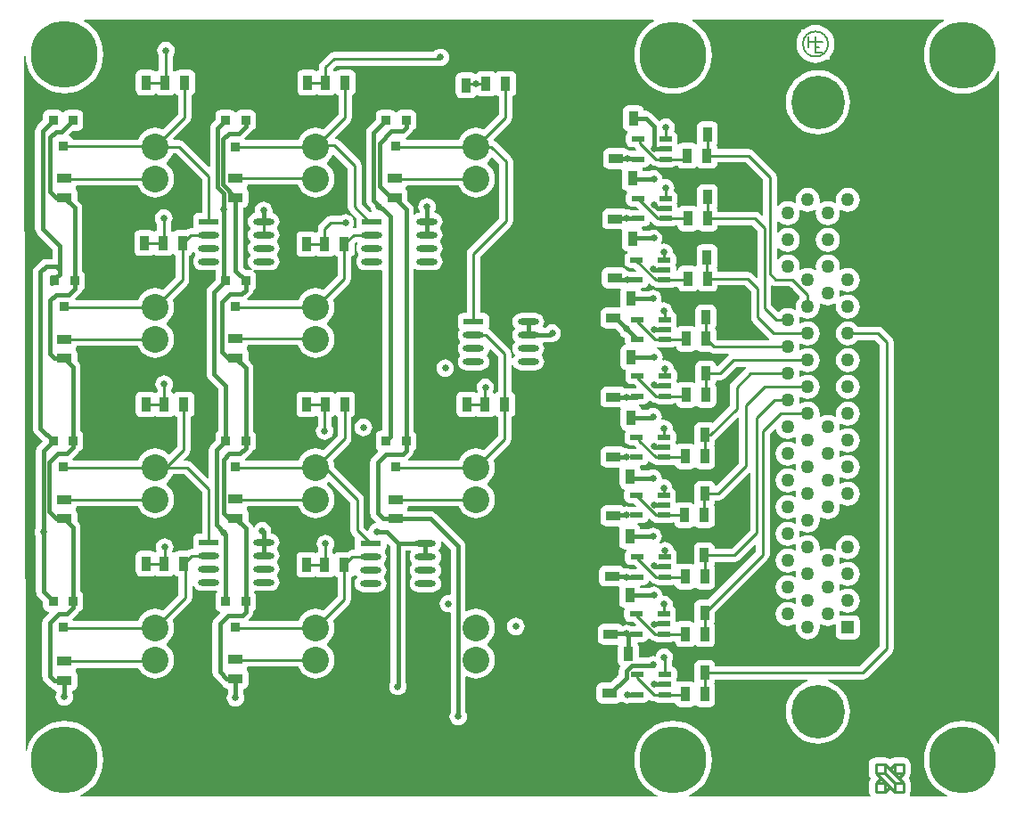
<source format=gtl>
G04 Layer_Physical_Order=1*
G04 Layer_Color=255*
%FSLAX25Y25*%
%MOIN*%
G70*
G01*
G75*
%ADD10C,0.00800*%
%ADD11R,0.04921X0.01968*%
%ADD12O,0.07800X0.02400*%
%ADD13R,0.07800X0.02400*%
%ADD14R,0.05512X0.03740*%
%ADD15R,0.03740X0.05512*%
%ADD16R,0.03543X0.03740*%
%ADD17R,0.03543X0.03740*%
%ADD18C,0.01000*%
%ADD19C,0.01500*%
%ADD20C,0.25000*%
%ADD21C,0.10000*%
%ADD22C,0.05000*%
%ADD23R,0.05000X0.05000*%
%ADD24C,0.20000*%
%ADD25C,0.02500*%
G36*
X344879Y292100D02*
X343443Y291220D01*
X341707Y289738D01*
X340225Y288002D01*
X339033Y286056D01*
X338159Y283947D01*
X337626Y281728D01*
X337447Y279453D01*
X337626Y277177D01*
X338159Y274958D01*
X339033Y272849D01*
X340225Y270903D01*
X341707Y269168D01*
X343443Y267686D01*
X345389Y266493D01*
X347498Y265620D01*
X349717Y265087D01*
X351992Y264908D01*
X354267Y265087D01*
X356487Y265620D01*
X358595Y266493D01*
X360541Y267686D01*
X362277Y269168D01*
X363759Y270903D01*
X364952Y272849D01*
X365210Y273472D01*
X365700Y273375D01*
Y21751D01*
X365210Y21654D01*
X364952Y22276D01*
X363759Y24223D01*
X362277Y25958D01*
X360541Y27440D01*
X358595Y28633D01*
X356487Y29506D01*
X354267Y30039D01*
X351992Y30218D01*
X349717Y30039D01*
X347498Y29506D01*
X345389Y28633D01*
X343443Y27440D01*
X341707Y25958D01*
X340225Y24223D01*
X339033Y22276D01*
X338159Y20168D01*
X337626Y17948D01*
X337447Y15673D01*
X337626Y13398D01*
X338159Y11179D01*
X339033Y9070D01*
X340225Y7124D01*
X341707Y5389D01*
X343443Y3906D01*
X345389Y2714D01*
X346169Y2390D01*
X346072Y1900D01*
X332339D01*
X332071Y2400D01*
X332355Y2825D01*
X332549Y3800D01*
Y7000D01*
X332355Y7975D01*
X331837Y8750D01*
X332355Y9525D01*
X332549Y10500D01*
Y13800D01*
X332355Y14775D01*
X331802Y15602D01*
X331682Y15683D01*
X331602Y15802D01*
X330775Y16355D01*
X329800Y16549D01*
X326801D01*
X326550Y16599D01*
X325574Y16405D01*
X324750Y15854D01*
X323925Y16405D01*
X322950Y16599D01*
X322699Y16549D01*
X319400D01*
X318425Y16355D01*
X317598Y15802D01*
X317045Y14976D01*
X316851Y14000D01*
Y10600D01*
X317045Y9625D01*
X317598Y8798D01*
X317675Y8720D01*
X317245Y8075D01*
X317051Y7100D01*
Y3600D01*
X317245Y2624D01*
X317435Y2341D01*
X317199Y1900D01*
X249546D01*
X249449Y2390D01*
X250229Y2714D01*
X252175Y3906D01*
X253911Y5389D01*
X255393Y7124D01*
X256586Y9070D01*
X257459Y11179D01*
X257992Y13398D01*
X258171Y15673D01*
X257992Y17948D01*
X257459Y20168D01*
X256586Y22276D01*
X255393Y24223D01*
X253911Y25958D01*
X252175Y27440D01*
X250229Y28633D01*
X248121Y29506D01*
X245901Y30039D01*
X243626Y30218D01*
X241351Y30039D01*
X239131Y29506D01*
X237023Y28633D01*
X235077Y27440D01*
X233341Y25958D01*
X231859Y24223D01*
X230666Y22276D01*
X229793Y20168D01*
X229260Y17948D01*
X229081Y15673D01*
X229260Y13398D01*
X229793Y11179D01*
X230666Y9070D01*
X231859Y7124D01*
X233341Y5389D01*
X235077Y3906D01*
X237023Y2714D01*
X237803Y2390D01*
X237706Y1900D01*
X21920D01*
X21823Y2390D01*
X22603Y2714D01*
X24549Y3906D01*
X26285Y5389D01*
X27767Y7124D01*
X28960Y9070D01*
X29833Y11179D01*
X30366Y13398D01*
X30545Y15673D01*
X30366Y17948D01*
X29833Y20168D01*
X28960Y22276D01*
X27767Y24223D01*
X26285Y25958D01*
X24549Y27440D01*
X22603Y28633D01*
X20495Y29506D01*
X18275Y30039D01*
X16000Y30218D01*
X13725Y30039D01*
X11505Y29506D01*
X9397Y28633D01*
X7451Y27440D01*
X5715Y25958D01*
X4233Y24223D01*
X3040Y22276D01*
X2167Y20168D01*
X1892Y19020D01*
X1391Y19079D01*
X1007Y278917D01*
X1507Y278937D01*
X1634Y277325D01*
X2167Y275105D01*
X3040Y272997D01*
X4233Y271051D01*
X5715Y269315D01*
X7451Y267833D01*
X9397Y266640D01*
X11505Y265767D01*
X13725Y265234D01*
X16000Y265055D01*
X18275Y265234D01*
X20495Y265767D01*
X22603Y266640D01*
X24549Y267833D01*
X26285Y269315D01*
X27767Y271051D01*
X28960Y272997D01*
X29833Y275105D01*
X30366Y277325D01*
X30545Y279600D01*
X30366Y281875D01*
X29833Y284095D01*
X28960Y286203D01*
X27767Y288149D01*
X26285Y289885D01*
X24549Y291367D01*
X23353Y292100D01*
X23494Y292600D01*
X236372D01*
X236513Y292100D01*
X235077Y291220D01*
X233341Y289738D01*
X231859Y288002D01*
X230666Y286056D01*
X229793Y283947D01*
X229260Y281728D01*
X229081Y279453D01*
X229260Y277177D01*
X229793Y274958D01*
X230666Y272849D01*
X231859Y270903D01*
X233341Y269168D01*
X235077Y267686D01*
X237023Y266493D01*
X239131Y265620D01*
X241351Y265087D01*
X243626Y264908D01*
X245901Y265087D01*
X248121Y265620D01*
X250229Y266493D01*
X252175Y267686D01*
X253911Y269168D01*
X255393Y270903D01*
X256586Y272849D01*
X257459Y274958D01*
X257992Y277177D01*
X258171Y279453D01*
X257992Y281728D01*
X257459Y283947D01*
X256586Y286056D01*
X255393Y288002D01*
X253911Y289738D01*
X252175Y291220D01*
X250739Y292100D01*
X250880Y292600D01*
X344738D01*
X344879Y292100D01*
D02*
G37*
%LPC*%
G36*
X309000Y169739D02*
X307825Y169584D01*
X306731Y169131D01*
X305791Y168409D01*
X305069Y167469D01*
X304616Y166375D01*
X304461Y165200D01*
X304616Y164025D01*
X305069Y162931D01*
X305791Y161991D01*
X306731Y161269D01*
X307825Y160816D01*
X309000Y160661D01*
X310175Y160816D01*
X311269Y161269D01*
X312209Y161991D01*
X312931Y162931D01*
X313384Y164025D01*
X313539Y165200D01*
X313384Y166375D01*
X312931Y167469D01*
X312209Y168409D01*
X311269Y169131D01*
X310175Y169584D01*
X309000Y169739D01*
D02*
G37*
G36*
X184800Y68878D02*
X183952Y68766D01*
X183161Y68439D01*
X182482Y67918D01*
X181961Y67239D01*
X181634Y66448D01*
X181522Y65600D01*
X181634Y64752D01*
X181961Y63961D01*
X182482Y63282D01*
X183161Y62761D01*
X183952Y62434D01*
X184800Y62322D01*
X185648Y62434D01*
X186439Y62761D01*
X187118Y63282D01*
X187639Y63961D01*
X187966Y64752D01*
X188078Y65600D01*
X187966Y66448D01*
X187639Y67239D01*
X187118Y67918D01*
X186439Y68439D01*
X185648Y68766D01*
X184800Y68878D01*
D02*
G37*
G36*
X309000Y159739D02*
X307825Y159584D01*
X306731Y159131D01*
X305791Y158409D01*
X305069Y157469D01*
X304616Y156375D01*
X304461Y155200D01*
X304616Y154025D01*
X305069Y152931D01*
X305791Y151991D01*
X306731Y151269D01*
X307825Y150816D01*
X309000Y150661D01*
X310175Y150816D01*
X311269Y151269D01*
X312209Y151991D01*
X312931Y152931D01*
X313384Y154025D01*
X313539Y155200D01*
X313384Y156375D01*
X312931Y157469D01*
X312209Y158409D01*
X311269Y159131D01*
X310175Y159584D01*
X309000Y159739D01*
D02*
G37*
G36*
X301500Y214739D02*
X300325Y214584D01*
X299231Y214131D01*
X298291Y213409D01*
X297569Y212469D01*
X297116Y211375D01*
X296961Y210200D01*
X297116Y209025D01*
X297569Y207931D01*
X298291Y206991D01*
X299231Y206269D01*
X300325Y205816D01*
X301500Y205661D01*
X302675Y205816D01*
X303769Y206269D01*
X304709Y206991D01*
X305431Y207931D01*
X305884Y209025D01*
X306039Y210200D01*
X305884Y211375D01*
X305431Y212469D01*
X304709Y213409D01*
X303769Y214131D01*
X302675Y214584D01*
X301500Y214739D01*
D02*
G37*
G36*
X53900Y284278D02*
X53052Y284166D01*
X52261Y283839D01*
X51582Y283318D01*
X51061Y282639D01*
X50734Y281848D01*
X50622Y281000D01*
X50734Y280152D01*
X51061Y279361D01*
X51351Y278983D01*
Y273797D01*
X51066Y273740D01*
X50405Y273298D01*
X50358Y273229D01*
X49858D01*
X49812Y273298D01*
X49150Y273740D01*
X48370Y273895D01*
X44630D01*
X43850Y273740D01*
X43188Y273298D01*
X42746Y272636D01*
X42591Y271856D01*
Y266344D01*
X42746Y265564D01*
X43188Y264902D01*
X43850Y264460D01*
X44630Y264305D01*
X48370D01*
X49150Y264460D01*
X49812Y264902D01*
X49858Y264971D01*
X50358D01*
X50405Y264902D01*
X51066Y264460D01*
X51846Y264305D01*
X55587D01*
X56367Y264460D01*
X57029Y264902D01*
X57108Y265021D01*
X57608D01*
X57688Y264902D01*
X58350Y264460D01*
X58451Y264440D01*
Y257156D01*
X52823Y251528D01*
X52692Y251599D01*
X51372Y251999D01*
X50000Y252134D01*
X48628Y251999D01*
X47308Y251599D01*
X46092Y250949D01*
X45026Y250074D01*
X44151Y249008D01*
X43501Y247792D01*
X43482Y247728D01*
X19176D01*
X19156Y247829D01*
X18714Y248491D01*
X18052Y248933D01*
X17827Y248978D01*
X17662Y249520D01*
X19254Y251112D01*
X21012D01*
X21792Y251267D01*
X22454Y251709D01*
X22896Y252371D01*
X23051Y253151D01*
Y256891D01*
X22896Y257672D01*
X22454Y258333D01*
X21792Y258775D01*
X21012Y258930D01*
X17469D01*
X16688Y258775D01*
X16027Y258333D01*
X15801Y257995D01*
X15199D01*
X14973Y258333D01*
X14312Y258775D01*
X13532Y258930D01*
X9988D01*
X9208Y258775D01*
X8546Y258333D01*
X8104Y257672D01*
X7949Y256891D01*
Y255133D01*
X5839Y253023D01*
X5398Y252448D01*
X5121Y251779D01*
X5026Y251061D01*
Y214200D01*
X5121Y213482D01*
X5398Y212813D01*
X5839Y212239D01*
X11426Y206651D01*
Y203115D01*
X9059D01*
X8341Y203021D01*
X7672Y202743D01*
X7098Y202303D01*
X5077Y200282D01*
X4636Y199707D01*
X4359Y199038D01*
X4264Y198320D01*
Y139743D01*
X4359Y139025D01*
X4636Y138356D01*
X5077Y137782D01*
X7837Y135021D01*
X6139Y133323D01*
X5698Y132748D01*
X5421Y132079D01*
X5326Y131361D01*
Y102355D01*
X5034Y101648D01*
X4922Y100800D01*
X5034Y99952D01*
X5326Y99245D01*
Y78681D01*
X5421Y77963D01*
X5698Y77294D01*
X6139Y76720D01*
X7949Y74909D01*
Y73151D01*
X8104Y72371D01*
X8546Y71709D01*
X9208Y71267D01*
X9988Y71112D01*
X10136D01*
X10327Y70650D01*
X8439Y68761D01*
X7998Y68187D01*
X7721Y67518D01*
X7626Y66800D01*
Y47000D01*
X7721Y46282D01*
X7998Y45613D01*
X8439Y45039D01*
X10122Y43355D01*
X10697Y42914D01*
X11366Y42637D01*
X11381Y42635D01*
X11802Y42004D01*
X12464Y41563D01*
X12999Y41456D01*
X13124Y40921D01*
X13061Y40839D01*
X12734Y40048D01*
X12622Y39200D01*
X12734Y38352D01*
X13061Y37561D01*
X13582Y36882D01*
X14261Y36361D01*
X15052Y36034D01*
X15900Y35922D01*
X16748Y36034D01*
X17539Y36361D01*
X18218Y36882D01*
X18739Y37561D01*
X19066Y38352D01*
X19178Y39200D01*
X19066Y40048D01*
X18774Y40755D01*
Y41411D01*
X19536Y41563D01*
X20198Y42004D01*
X20640Y42666D01*
X20795Y43446D01*
Y47187D01*
X20640Y47967D01*
X20198Y48629D01*
X20078Y48708D01*
Y49208D01*
X20198Y49288D01*
X20640Y49950D01*
X20660Y50051D01*
X43692D01*
X44151Y49192D01*
X45026Y48126D01*
X46092Y47251D01*
X47308Y46602D01*
X48628Y46201D01*
X50000Y46066D01*
X51372Y46201D01*
X52692Y46602D01*
X53908Y47251D01*
X54974Y48126D01*
X55848Y49192D01*
X56498Y50408D01*
X56899Y51728D01*
X57034Y53100D01*
X56899Y54472D01*
X56498Y55792D01*
X55848Y57008D01*
X54974Y58074D01*
X54102Y58789D01*
X54068Y58872D01*
Y59328D01*
X54102Y59411D01*
X54974Y60126D01*
X55848Y61192D01*
X56498Y62408D01*
X56899Y63728D01*
X57034Y65100D01*
X56899Y66472D01*
X56498Y67792D01*
X56428Y67923D01*
X63044Y74539D01*
X63597Y75366D01*
X63791Y76342D01*
Y80904D01*
X64291Y81003D01*
X64505Y80486D01*
X65018Y79818D01*
X65686Y79305D01*
X66465Y78982D01*
X67300Y78872D01*
X72700D01*
X73015Y78914D01*
X73196Y78433D01*
X73046Y78333D01*
X72604Y77672D01*
X72449Y76891D01*
Y73151D01*
X72604Y72371D01*
X73046Y71709D01*
X73708Y71267D01*
X73983Y71213D01*
X74147Y70670D01*
X72139Y68661D01*
X71698Y68087D01*
X71421Y67418D01*
X71326Y66700D01*
Y48500D01*
X71421Y47782D01*
X71698Y47113D01*
X72139Y46539D01*
X74680Y43997D01*
X75255Y43556D01*
X75316Y43531D01*
X75360Y43308D01*
X75802Y42646D01*
X76464Y42204D01*
X77226Y42053D01*
Y40654D01*
X77061Y40439D01*
X76734Y39648D01*
X76622Y38800D01*
X76734Y37952D01*
X77061Y37161D01*
X77582Y36482D01*
X78261Y35961D01*
X79052Y35634D01*
X79900Y35522D01*
X80748Y35634D01*
X81539Y35961D01*
X82218Y36482D01*
X82739Y37161D01*
X83066Y37952D01*
X83178Y38800D01*
X83066Y39648D01*
X82774Y40355D01*
Y42053D01*
X83536Y42204D01*
X84198Y42646D01*
X84640Y43308D01*
X84795Y44088D01*
Y47828D01*
X84640Y48609D01*
X84198Y49270D01*
X84079Y49350D01*
Y49850D01*
X84198Y49930D01*
X84613Y50551D01*
X103458D01*
X103501Y50408D01*
X104151Y49192D01*
X105026Y48126D01*
X106092Y47251D01*
X107308Y46602D01*
X108628Y46201D01*
X110000Y46066D01*
X111372Y46201D01*
X112692Y46602D01*
X113908Y47251D01*
X114974Y48126D01*
X115849Y49192D01*
X116498Y50408D01*
X116899Y51728D01*
X117034Y53100D01*
X116899Y54472D01*
X116498Y55792D01*
X115849Y57008D01*
X114974Y58074D01*
X114102Y58789D01*
X114068Y58872D01*
Y59328D01*
X114102Y59411D01*
X114974Y60126D01*
X115849Y61192D01*
X116498Y62408D01*
X116899Y63728D01*
X117034Y65100D01*
X116899Y66472D01*
X116498Y67792D01*
X116428Y67923D01*
X122444Y73939D01*
X122997Y74766D01*
X123191Y75742D01*
Y83940D01*
X123292Y83960D01*
X123954Y84402D01*
X124396Y85064D01*
X124407Y85122D01*
X124927Y85173D01*
X125005Y84986D01*
X125424Y84440D01*
X125481Y84100D01*
X125424Y83760D01*
X125005Y83214D01*
X124682Y82435D01*
X124572Y81600D01*
X124682Y80765D01*
X125005Y79986D01*
X125518Y79318D01*
X126186Y78805D01*
X126965Y78482D01*
X127800Y78372D01*
X133200D01*
X134035Y78482D01*
X134814Y78805D01*
X135482Y79318D01*
X135995Y79986D01*
X136318Y80765D01*
X136428Y81600D01*
X136318Y82435D01*
X135995Y83214D01*
X135576Y83760D01*
X135519Y84100D01*
X135576Y84440D01*
X135995Y84986D01*
X136318Y85765D01*
X136428Y86600D01*
X136318Y87435D01*
X135995Y88214D01*
X135576Y88760D01*
X135519Y89100D01*
X135576Y89440D01*
X135995Y89986D01*
X136318Y90765D01*
X136428Y91600D01*
X136318Y92435D01*
X135995Y93214D01*
X135768Y93510D01*
X135842Y93958D01*
X136284Y94620D01*
X136439Y95400D01*
Y96385D01*
X136901Y96576D01*
X138026Y95451D01*
Y44954D01*
X137861Y44739D01*
X137534Y43948D01*
X137422Y43100D01*
X137534Y42252D01*
X137861Y41461D01*
X138382Y40782D01*
X139061Y40261D01*
X139852Y39934D01*
X140700Y39822D01*
X141548Y39934D01*
X142339Y40261D01*
X143018Y40782D01*
X143539Y41461D01*
X143866Y42252D01*
X143978Y43100D01*
X143866Y43948D01*
X143574Y44655D01*
Y93826D01*
X145410D01*
X145631Y93378D01*
X145505Y93214D01*
X145182Y92435D01*
X145072Y91600D01*
X145182Y90765D01*
X145505Y89986D01*
X145924Y89440D01*
X145981Y89100D01*
X145924Y88760D01*
X145505Y88214D01*
X145182Y87435D01*
X145072Y86600D01*
X145182Y85765D01*
X145505Y84986D01*
X146018Y84318D01*
Y83882D01*
X145505Y83214D01*
X145182Y82435D01*
X145072Y81600D01*
X145182Y80765D01*
X145505Y79986D01*
X146018Y79318D01*
X146686Y78805D01*
X147465Y78482D01*
X148300Y78372D01*
X153700D01*
X154535Y78482D01*
X155314Y78805D01*
X155982Y79318D01*
X156495Y79986D01*
X156818Y80765D01*
X156928Y81600D01*
X156818Y82435D01*
X156495Y83214D01*
X155982Y83882D01*
Y84318D01*
X156495Y84986D01*
X156818Y85765D01*
X156928Y86600D01*
X156818Y87435D01*
X156495Y88214D01*
X156076Y88760D01*
X156019Y89100D01*
X156076Y89440D01*
X156495Y89986D01*
X156818Y90765D01*
X156928Y91600D01*
X156818Y92435D01*
X156495Y93214D01*
X155982Y93882D01*
Y94318D01*
X156495Y94986D01*
X156818Y95765D01*
X156928Y96600D01*
X156830Y97340D01*
X157061Y97521D01*
X157280Y97598D01*
X160426Y94451D01*
Y77648D01*
X160050Y77319D01*
X159600Y77378D01*
X158752Y77266D01*
X157961Y76939D01*
X157282Y76418D01*
X156761Y75739D01*
X156434Y74948D01*
X156322Y74100D01*
X156434Y73252D01*
X156761Y72461D01*
X157282Y71782D01*
X157961Y71261D01*
X158752Y70934D01*
X159600Y70822D01*
X160050Y70881D01*
X160426Y70552D01*
Y33355D01*
X160134Y32648D01*
X160022Y31800D01*
X160134Y30952D01*
X160461Y30161D01*
X160982Y29482D01*
X161661Y28961D01*
X162452Y28634D01*
X163300Y28522D01*
X164148Y28634D01*
X164939Y28961D01*
X165618Y29482D01*
X166139Y30161D01*
X166466Y30952D01*
X166578Y31800D01*
X166466Y32648D01*
X166139Y33439D01*
X165974Y33654D01*
Y46748D01*
X166474Y47048D01*
X167308Y46602D01*
X168628Y46201D01*
X170000Y46066D01*
X171372Y46201D01*
X172692Y46602D01*
X173908Y47251D01*
X174974Y48126D01*
X175848Y49192D01*
X176498Y50408D01*
X176899Y51728D01*
X177034Y53100D01*
X176899Y54472D01*
X176498Y55792D01*
X175848Y57008D01*
X174974Y58074D01*
X174102Y58789D01*
X174068Y58872D01*
Y59328D01*
X174102Y59411D01*
X174974Y60126D01*
X175848Y61192D01*
X176498Y62408D01*
X176899Y63728D01*
X177034Y65100D01*
X176899Y66472D01*
X176498Y67792D01*
X175848Y69008D01*
X174974Y70074D01*
X173908Y70948D01*
X172692Y71599D01*
X171372Y71999D01*
X170000Y72134D01*
X168628Y71999D01*
X167308Y71599D01*
X166474Y71152D01*
X165974Y71452D01*
Y95600D01*
X165879Y96318D01*
X165602Y96987D01*
X165161Y97561D01*
X154945Y107778D01*
X154370Y108219D01*
X153701Y108496D01*
X152983Y108590D01*
X144557D01*
X144198Y109128D01*
X144079Y109208D01*
Y109708D01*
X144198Y109788D01*
X144640Y110450D01*
X144660Y110551D01*
X163458D01*
X163502Y110408D01*
X164152Y109192D01*
X165026Y108126D01*
X166092Y107252D01*
X167308Y106602D01*
X168628Y106201D01*
X170000Y106066D01*
X171372Y106201D01*
X172692Y106602D01*
X173908Y107252D01*
X174974Y108126D01*
X175848Y109192D01*
X176498Y110408D01*
X176899Y111728D01*
X177034Y113100D01*
X176899Y114472D01*
X176498Y115792D01*
X175848Y117008D01*
X174974Y118074D01*
X174102Y118789D01*
X174068Y118872D01*
Y119328D01*
X174102Y119411D01*
X174974Y120126D01*
X175848Y121192D01*
X176498Y122408D01*
X176899Y123728D01*
X177034Y125100D01*
X176899Y126472D01*
X176498Y127792D01*
X176428Y127923D01*
X182444Y133939D01*
X182997Y134766D01*
X183191Y135742D01*
Y143940D01*
X183292Y143960D01*
X183954Y144402D01*
X184396Y145064D01*
X184551Y145844D01*
Y151356D01*
X184396Y152136D01*
X183954Y152798D01*
X183292Y153240D01*
X183191Y153260D01*
Y163692D01*
X183682Y163765D01*
X184005Y162986D01*
X184518Y162318D01*
X185186Y161805D01*
X185965Y161482D01*
X186800Y161372D01*
X192200D01*
X193035Y161482D01*
X193814Y161805D01*
X194482Y162318D01*
X194995Y162986D01*
X195318Y163765D01*
X195428Y164600D01*
X195318Y165435D01*
X194995Y166214D01*
X194482Y166882D01*
Y167318D01*
X194995Y167986D01*
X195318Y168765D01*
X195428Y169600D01*
X195318Y170435D01*
X194995Y171214D01*
X194869Y171378D01*
X195090Y171826D01*
X197700D01*
X198418Y171921D01*
X198784Y172073D01*
X199248Y172134D01*
X200039Y172461D01*
X200718Y172982D01*
X201239Y173661D01*
X201566Y174452D01*
X201678Y175300D01*
X201566Y176148D01*
X201239Y176939D01*
X200718Y177618D01*
X200039Y178139D01*
X199248Y178466D01*
X198400Y178578D01*
X197552Y178466D01*
X196761Y178139D01*
X196082Y177618D01*
X195895Y177374D01*
X195090D01*
X194869Y177822D01*
X194995Y177986D01*
X195318Y178765D01*
X195428Y179600D01*
X195318Y180435D01*
X194995Y181214D01*
X194482Y181882D01*
X193814Y182395D01*
X193035Y182718D01*
X192200Y182828D01*
X186800D01*
X185965Y182718D01*
X185186Y182395D01*
X184518Y181882D01*
X184005Y181214D01*
X183682Y180435D01*
X183572Y179600D01*
X183682Y178765D01*
X184005Y177986D01*
X184424Y177440D01*
X184481Y177100D01*
X184424Y176760D01*
X184005Y176214D01*
X183682Y175435D01*
X183572Y174600D01*
X183682Y173765D01*
X184005Y172986D01*
X184424Y172440D01*
X184481Y172100D01*
X184424Y171760D01*
X184005Y171214D01*
X183682Y170435D01*
X183572Y169600D01*
X183682Y168765D01*
X184005Y167986D01*
X184518Y167318D01*
Y166882D01*
X184005Y166214D01*
X183682Y165435D01*
X183191Y165508D01*
Y167658D01*
X182997Y168634D01*
X182444Y169461D01*
X175502Y176402D01*
X174676Y176955D01*
X174547Y177265D01*
X174784Y177620D01*
X174939Y178400D01*
Y180800D01*
X174784Y181580D01*
X174342Y182242D01*
X173680Y182684D01*
X172900Y182839D01*
X171549D01*
Y203944D01*
X183002Y215398D01*
X183555Y216225D01*
X183749Y217200D01*
Y239600D01*
X183555Y240576D01*
X183002Y241402D01*
X177502Y246902D01*
X176675Y247455D01*
X176596Y247471D01*
X176498Y247792D01*
X176428Y247923D01*
X182802Y254298D01*
X183355Y255124D01*
X183549Y256100D01*
Y263940D01*
X183650Y263960D01*
X184312Y264402D01*
X184754Y265064D01*
X184909Y265844D01*
Y271356D01*
X184754Y272136D01*
X184312Y272798D01*
X183650Y273240D01*
X182870Y273395D01*
X179130D01*
X178350Y273240D01*
X177688Y272798D01*
X177608Y272678D01*
X177108D01*
X177029Y272798D01*
X176367Y273240D01*
X175587Y273395D01*
X171846D01*
X171066Y273240D01*
X170405Y272798D01*
X170134Y272392D01*
X169613Y272301D01*
X169540Y272335D01*
X168934Y272740D01*
X168154Y272895D01*
X164413D01*
X163633Y272740D01*
X162971Y272298D01*
X162529Y271636D01*
X162374Y270856D01*
Y265344D01*
X162529Y264564D01*
X162971Y263902D01*
X163633Y263460D01*
X164413Y263305D01*
X168154D01*
X168934Y263460D01*
X169596Y263902D01*
X169866Y264308D01*
X170387Y264399D01*
X170460Y264365D01*
X171066Y263960D01*
X171846Y263805D01*
X175587D01*
X176367Y263960D01*
X177029Y264402D01*
X177108Y264522D01*
X177608D01*
X177688Y264402D01*
X178350Y263960D01*
X178451Y263940D01*
Y257156D01*
X172823Y251528D01*
X172692Y251599D01*
X171372Y251999D01*
X170000Y252134D01*
X168628Y251999D01*
X167308Y251599D01*
X166092Y250949D01*
X165026Y250074D01*
X164152Y249008D01*
X163502Y247792D01*
X163458Y247649D01*
X143970D01*
X143667Y248139D01*
X143787Y248498D01*
X144361Y248939D01*
X145702Y250279D01*
X146142Y250853D01*
X146322Y251287D01*
X146954Y251709D01*
X147396Y252371D01*
X147551Y253151D01*
Y256891D01*
X147396Y257672D01*
X146954Y258333D01*
X146292Y258775D01*
X145512Y258930D01*
X141969D01*
X141188Y258775D01*
X140527Y258333D01*
X140301Y257995D01*
X139699D01*
X139473Y258333D01*
X138812Y258775D01*
X138031Y258930D01*
X134488D01*
X133708Y258775D01*
X133046Y258333D01*
X132604Y257672D01*
X132449Y256891D01*
Y255133D01*
X129739Y252423D01*
X129298Y251848D01*
X129021Y251179D01*
X128926Y250461D01*
Y225000D01*
X129021Y224282D01*
X129298Y223613D01*
X129739Y223039D01*
X130459Y222318D01*
X130534Y221752D01*
X130861Y220961D01*
X130910Y220898D01*
X130692Y220428D01*
X130314Y220391D01*
X127149Y223556D01*
Y238000D01*
X126955Y238976D01*
X126402Y239802D01*
X118802Y247402D01*
X117975Y247955D01*
X117301Y248089D01*
X117136Y248632D01*
X122802Y254298D01*
X123355Y255124D01*
X123549Y256100D01*
Y264440D01*
X123650Y264460D01*
X124312Y264902D01*
X124754Y265564D01*
X124909Y266344D01*
Y271856D01*
X124754Y272636D01*
X124312Y273298D01*
X123650Y273740D01*
X122870Y273895D01*
X119130D01*
X118350Y273740D01*
X117688Y273298D01*
X117608Y273179D01*
X117108D01*
X117028Y273298D01*
X116718Y273506D01*
X116654Y274149D01*
X117956Y275451D01*
X155468D01*
X155752Y275334D01*
X156600Y275222D01*
X157448Y275334D01*
X158239Y275661D01*
X158918Y276182D01*
X159439Y276861D01*
X159766Y277652D01*
X159878Y278500D01*
X159766Y279348D01*
X159439Y280139D01*
X158918Y280818D01*
X158239Y281339D01*
X157448Y281666D01*
X156600Y281778D01*
X155752Y281666D01*
X154961Y281339D01*
X154282Y280818D01*
X154076Y280549D01*
X116900D01*
X115925Y280355D01*
X115098Y279802D01*
X111914Y276619D01*
X111362Y275792D01*
X111168Y274816D01*
Y273760D01*
X111066Y273740D01*
X110756Y273533D01*
X110358Y273322D01*
X109960Y273533D01*
X109650Y273740D01*
X108870Y273895D01*
X105130D01*
X104350Y273740D01*
X103688Y273298D01*
X103246Y272636D01*
X103091Y271856D01*
Y266344D01*
X103246Y265564D01*
X103688Y264902D01*
X104350Y264460D01*
X105130Y264305D01*
X108870D01*
X109650Y264460D01*
X109960Y264667D01*
X110358Y264878D01*
X110756Y264667D01*
X111066Y264460D01*
X111846Y264305D01*
X115587D01*
X116367Y264460D01*
X117028Y264902D01*
X117108Y265021D01*
X117608D01*
X117688Y264902D01*
X118350Y264460D01*
X118451Y264440D01*
Y257156D01*
X112823Y251528D01*
X112692Y251599D01*
X111372Y251999D01*
X110000Y252134D01*
X108628Y251999D01*
X107308Y251599D01*
X106092Y250949D01*
X105026Y250074D01*
X104151Y249008D01*
X103501Y247792D01*
X103458Y247649D01*
X83676D01*
X83656Y247750D01*
X83262Y248339D01*
X85702Y250779D01*
X85966Y251123D01*
X86292Y251188D01*
X86954Y251630D01*
X87396Y252292D01*
X87551Y253072D01*
Y256813D01*
X87396Y257593D01*
X86954Y258254D01*
X86292Y258696D01*
X85512Y258852D01*
X81969D01*
X81188Y258696D01*
X80527Y258254D01*
X80301Y257916D01*
X79699D01*
X79473Y258254D01*
X78812Y258697D01*
X78031Y258852D01*
X74488D01*
X73708Y258697D01*
X73046Y258254D01*
X72604Y257593D01*
X72449Y256813D01*
Y255054D01*
X71239Y253844D01*
X70798Y253270D01*
X70521Y252601D01*
X70426Y251883D01*
Y237732D01*
X69964Y237541D01*
X60602Y246902D01*
X59776Y247455D01*
X58800Y247649D01*
X56861D01*
X56654Y248149D01*
X62802Y254298D01*
X63355Y255124D01*
X63549Y256100D01*
Y264440D01*
X63650Y264460D01*
X64312Y264902D01*
X64754Y265564D01*
X64909Y266344D01*
Y271856D01*
X64754Y272636D01*
X64312Y273298D01*
X63650Y273740D01*
X62870Y273895D01*
X59130D01*
X58350Y273740D01*
X57688Y273298D01*
X57608Y273179D01*
X57108D01*
X57029Y273298D01*
X56449Y273685D01*
Y278983D01*
X56739Y279361D01*
X57066Y280152D01*
X57178Y281000D01*
X57066Y281848D01*
X56739Y282639D01*
X56218Y283318D01*
X55539Y283839D01*
X54748Y284166D01*
X53900Y284278D01*
D02*
G37*
G36*
X296900Y290635D02*
X295508Y290498D01*
X294169Y290092D01*
X292936Y289433D01*
X292529Y289099D01*
X291400D01*
Y287992D01*
X290967Y287464D01*
X290308Y286231D01*
X289902Y284892D01*
X289765Y283500D01*
X289902Y282108D01*
X290308Y280769D01*
X290967Y279536D01*
X291855Y278454D01*
X292936Y277567D01*
X294169Y276908D01*
X295508Y276502D01*
X296900Y276365D01*
X298292Y276502D01*
X299631Y276908D01*
X300739Y277500D01*
X302266D01*
Y278845D01*
X302833Y279536D01*
X303492Y280769D01*
X303898Y282108D01*
X304035Y283500D01*
X303898Y284892D01*
X303492Y286231D01*
X302833Y287464D01*
X301945Y288545D01*
X300864Y289433D01*
X299631Y290092D01*
X298292Y290498D01*
X296900Y290635D01*
D02*
G37*
G36*
X230670Y260495D02*
X226930D01*
X226150Y260340D01*
X225488Y259898D01*
X225046Y259236D01*
X224891Y258456D01*
Y252944D01*
X225046Y252164D01*
X225488Y251502D01*
X226150Y251060D01*
X226590Y250973D01*
X226695Y250442D01*
X226583Y250366D01*
X226140Y249705D01*
X225985Y248924D01*
Y246956D01*
X226140Y246176D01*
X226583Y245514D01*
X227244Y245072D01*
X228024Y244917D01*
X229222D01*
X229557Y244414D01*
X230027Y243945D01*
X229835Y243483D01*
X228024D01*
X227894Y243457D01*
X227248Y243725D01*
X226532Y243819D01*
X226498Y243870D01*
X225836Y244312D01*
X225056Y244467D01*
X219544D01*
X218764Y244312D01*
X218102Y243870D01*
X217660Y243209D01*
X217505Y242428D01*
Y238688D01*
X217660Y237908D01*
X218102Y237246D01*
X218764Y236804D01*
X219544Y236649D01*
X224276D01*
X224593Y236262D01*
X224533Y235956D01*
Y230444D01*
X224688Y229664D01*
X225130Y229002D01*
X225791Y228560D01*
X226229Y228473D01*
X226260Y228436D01*
X226418Y227926D01*
X226097Y227445D01*
X225942Y226665D01*
Y224696D01*
X226097Y223916D01*
X226539Y223254D01*
X227201Y222812D01*
X227981Y222657D01*
X229860D01*
X230832Y221685D01*
X230641Y221223D01*
X227981D01*
X227964Y221220D01*
X227939Y221239D01*
X227148Y221566D01*
X226300Y221678D01*
X225781Y221610D01*
X225478Y221812D01*
X224698Y221968D01*
X219186D01*
X218406Y221812D01*
X217744Y221370D01*
X217302Y220709D01*
X217147Y219928D01*
Y216188D01*
X217302Y215408D01*
X217744Y214746D01*
X218406Y214304D01*
X219186Y214149D01*
X224276D01*
X224593Y213762D01*
X224533Y213456D01*
Y207944D01*
X224688Y207164D01*
X225130Y206502D01*
X225791Y206060D01*
X226399Y205939D01*
X226528Y205436D01*
X226527Y205423D01*
X226082Y205126D01*
X225641Y204465D01*
X225485Y203684D01*
Y201716D01*
X225641Y200935D01*
X226082Y200274D01*
X226744Y199832D01*
X227524Y199677D01*
X228995D01*
X229967Y198705D01*
X229775Y198243D01*
X227593D01*
X227248Y198386D01*
X226455Y198491D01*
X226440Y198567D01*
X225998Y199229D01*
X225336Y199671D01*
X224556Y199826D01*
X219044D01*
X218264Y199671D01*
X217602Y199229D01*
X217160Y198567D01*
X217005Y197787D01*
Y194046D01*
X217160Y193266D01*
X217602Y192604D01*
X218264Y192163D01*
X219044Y192007D01*
X223813D01*
X224142Y191507D01*
X224032Y190956D01*
Y185444D01*
X224043Y185393D01*
X223632Y184893D01*
X218544D01*
X217764Y184738D01*
X217102Y184295D01*
X216660Y183634D01*
X216505Y182853D01*
Y179113D01*
X216660Y178333D01*
X217102Y177672D01*
X217764Y177229D01*
X218544Y177074D01*
X222048D01*
X223065Y176058D01*
X223078Y175952D01*
X223406Y175161D01*
X223927Y174482D01*
X224606Y173961D01*
X225396Y173634D01*
X225502Y173620D01*
X225585Y173537D01*
Y171976D01*
X225741Y171195D01*
X225620Y170905D01*
X225291Y170840D01*
X224630Y170398D01*
X224188Y169736D01*
X224032Y168956D01*
Y163444D01*
X224188Y162664D01*
X224630Y162002D01*
X225291Y161560D01*
X225749Y161469D01*
X226033Y161016D01*
X226025Y160924D01*
X225885Y160224D01*
Y158256D01*
X226041Y157475D01*
X226483Y156814D01*
X227144Y156372D01*
X227924Y156217D01*
X229055D01*
X230027Y155245D01*
X229835Y154783D01*
X227924D01*
X227144Y154628D01*
X227066Y154576D01*
X227048Y154583D01*
X226200Y154695D01*
X225575Y154612D01*
X225498Y154728D01*
X224836Y155171D01*
X224056Y155326D01*
X218544D01*
X217764Y155171D01*
X217102Y154728D01*
X216660Y154067D01*
X216505Y153287D01*
Y149547D01*
X216660Y148766D01*
X217102Y148105D01*
X217764Y147662D01*
X218544Y147507D01*
X223771D01*
X223852Y147455D01*
X224136Y147065D01*
X224144Y147019D01*
X224032Y146456D01*
Y140944D01*
X224188Y140164D01*
X224630Y139502D01*
X225291Y139060D01*
X225632Y138992D01*
X225862Y138437D01*
X225641Y138105D01*
X225485Y137324D01*
Y135356D01*
X225641Y134575D01*
X226082Y133914D01*
X226744Y133472D01*
X227524Y133317D01*
X229089D01*
X229157Y133214D01*
X230027Y132345D01*
X229835Y131883D01*
X227524D01*
X227503Y131879D01*
X227148Y132026D01*
X226300Y132138D01*
X225618Y132048D01*
X225498Y132229D01*
X224836Y132671D01*
X224056Y132826D01*
X218544D01*
X217764Y132671D01*
X217102Y132229D01*
X216660Y131567D01*
X216505Y130787D01*
Y127047D01*
X216660Y126266D01*
X217102Y125604D01*
X217764Y125162D01*
X218544Y125007D01*
X223390D01*
X223707Y124621D01*
X223674Y124456D01*
Y118944D01*
X223829Y118164D01*
X224271Y117502D01*
X224933Y117060D01*
X225226Y117002D01*
X225456Y116446D01*
X225455Y116445D01*
X225300Y115665D01*
Y113696D01*
X225455Y112916D01*
X225897Y112254D01*
X226559Y111812D01*
X227339Y111657D01*
X229015D01*
X229986Y110685D01*
X229795Y110223D01*
X227339D01*
X227308Y110217D01*
X226948Y110366D01*
X226100Y110478D01*
X225285Y110371D01*
X224836Y110671D01*
X224056Y110826D01*
X218544D01*
X217764Y110671D01*
X217102Y110229D01*
X216660Y109567D01*
X216505Y108787D01*
Y105046D01*
X216660Y104266D01*
X217102Y103604D01*
X217764Y103163D01*
X218544Y103007D01*
X223313D01*
X223642Y102507D01*
X223533Y101956D01*
Y96444D01*
X223688Y95664D01*
X224130Y95002D01*
X224791Y94560D01*
X225572Y94405D01*
X226107D01*
X226241Y93905D01*
X225840Y93305D01*
X225685Y92524D01*
Y90556D01*
X225840Y89776D01*
X226283Y89114D01*
X226944Y88672D01*
X227724Y88517D01*
X229155D01*
X230127Y87545D01*
X229935Y87083D01*
X227724D01*
X227566Y87052D01*
X227048Y87266D01*
X226200Y87378D01*
X225352Y87266D01*
X225316Y87252D01*
X224998Y87729D01*
X224336Y88171D01*
X223556Y88326D01*
X218044D01*
X217264Y88171D01*
X216602Y87729D01*
X216160Y87067D01*
X216005Y86287D01*
Y82547D01*
X216160Y81766D01*
X216602Y81104D01*
X217264Y80663D01*
X218044Y80507D01*
X223132D01*
X223543Y80007D01*
X223533Y79956D01*
Y74444D01*
X223688Y73664D01*
X224130Y73002D01*
X224791Y72560D01*
X225249Y72469D01*
X225534Y72016D01*
X225524Y71925D01*
X225385Y71224D01*
Y69256D01*
X225540Y68476D01*
X225982Y67814D01*
X226644Y67372D01*
X227424Y67217D01*
X228755D01*
X229727Y66245D01*
X229535Y65783D01*
X227832D01*
X227148Y66066D01*
X226300Y66178D01*
X225452Y66066D01*
X224661Y65739D01*
X224576Y65753D01*
X224498Y65870D01*
X223836Y66312D01*
X223056Y66467D01*
X217544D01*
X216764Y66312D01*
X216102Y65870D01*
X215660Y65209D01*
X215505Y64428D01*
Y60688D01*
X215660Y59908D01*
X216102Y59246D01*
X216764Y58804D01*
X217544Y58649D01*
X222660D01*
X223072Y58156D01*
X223032Y57956D01*
Y52444D01*
X223188Y51664D01*
X223630Y51002D01*
X223734Y50933D01*
X223815Y50440D01*
X223698Y50287D01*
X223421Y49618D01*
X223326Y48900D01*
Y47449D01*
X220345Y44467D01*
X217044D01*
X216264Y44312D01*
X215602Y43870D01*
X215160Y43209D01*
X215005Y42428D01*
Y38688D01*
X215160Y37908D01*
X215602Y37246D01*
X216264Y36804D01*
X217044Y36649D01*
X222556D01*
X223336Y36804D01*
X223998Y37246D01*
X224016Y37273D01*
X224509Y37354D01*
X224761Y37161D01*
X225552Y36834D01*
X226400Y36722D01*
X227248Y36834D01*
X227766Y37048D01*
X227824Y37036D01*
X232746D01*
X233526Y37192D01*
X234188Y37634D01*
X234384Y37927D01*
X234737Y38237D01*
X235037Y38073D01*
X235588Y37705D01*
X236563Y37511D01*
X236881D01*
X237359Y37192D01*
X238139Y37036D01*
X243061D01*
X243841Y37192D01*
X244351Y36931D01*
X244404Y36664D01*
X244846Y36002D01*
X245508Y35560D01*
X246288Y35405D01*
X250028D01*
X250809Y35560D01*
X251470Y36002D01*
X251550Y36121D01*
X252050D01*
X252130Y36002D01*
X252791Y35560D01*
X253572Y35405D01*
X257312D01*
X258092Y35560D01*
X258754Y36002D01*
X259196Y36664D01*
X259351Y37444D01*
Y42956D01*
X259196Y43736D01*
X258886Y44200D01*
X259196Y44664D01*
X259351Y45444D01*
Y45651D01*
X294034D01*
X294093Y45151D01*
X294080Y45148D01*
X292335Y44425D01*
X290725Y43438D01*
X289288Y42211D01*
X288062Y40775D01*
X287075Y39165D01*
X286352Y37420D01*
X285911Y35583D01*
X285763Y33700D01*
X285911Y31817D01*
X286352Y29980D01*
X287075Y28235D01*
X288062Y26625D01*
X289288Y25188D01*
X290725Y23962D01*
X292335Y22975D01*
X294080Y22252D01*
X295917Y21811D01*
X297800Y21663D01*
X299683Y21811D01*
X301520Y22252D01*
X303265Y22975D01*
X304875Y23962D01*
X306311Y25188D01*
X307538Y26625D01*
X308525Y28235D01*
X309248Y29980D01*
X309689Y31817D01*
X309837Y33700D01*
X309689Y35583D01*
X309248Y37420D01*
X308525Y39165D01*
X307538Y40775D01*
X306311Y42211D01*
X304875Y43438D01*
X303265Y44425D01*
X301520Y45148D01*
X301507Y45151D01*
X301566Y45651D01*
X314500D01*
X315476Y45845D01*
X316302Y46398D01*
X325402Y55498D01*
X325955Y56324D01*
X326149Y57300D01*
Y171900D01*
X325955Y172875D01*
X325402Y173702D01*
X322102Y177002D01*
X321275Y177555D01*
X320300Y177749D01*
X312716D01*
X312209Y178409D01*
X311269Y179131D01*
X310175Y179584D01*
X309000Y179739D01*
X307825Y179584D01*
X306731Y179131D01*
X305791Y178409D01*
X305069Y177469D01*
X304616Y176375D01*
X304461Y175200D01*
X304616Y174025D01*
X305069Y172931D01*
X305791Y171991D01*
X306731Y171269D01*
X307825Y170816D01*
X309000Y170661D01*
X310175Y170816D01*
X311269Y171269D01*
X312209Y171991D01*
X312716Y172651D01*
X319244D01*
X321051Y170844D01*
Y58356D01*
X313444Y50749D01*
X259351D01*
Y50956D01*
X259196Y51736D01*
X258754Y52398D01*
X258092Y52840D01*
X257312Y52995D01*
X253572D01*
X252791Y52840D01*
X252130Y52398D01*
X251688Y51736D01*
X251533Y50956D01*
Y45444D01*
X251644Y44883D01*
X251194Y44582D01*
X250809Y44840D01*
X250028Y44995D01*
X246288D01*
X245571Y44853D01*
X245503Y44843D01*
X245032Y45123D01*
X244945Y45565D01*
X244874Y45670D01*
X244945Y45775D01*
X245100Y46556D01*
Y48524D01*
X244945Y49305D01*
X244503Y49966D01*
X243841Y50408D01*
X243149Y50546D01*
Y52385D01*
X243466Y53152D01*
X243578Y54000D01*
X243466Y54848D01*
X243139Y55639D01*
X242618Y56318D01*
X241939Y56839D01*
X241148Y57166D01*
X240300Y57278D01*
X239452Y57166D01*
X238661Y56839D01*
X237982Y56318D01*
X237461Y55639D01*
X237134Y54848D01*
X237072Y54380D01*
X237048Y54366D01*
X236200Y54478D01*
X235352Y54366D01*
X234561Y54039D01*
X234338Y53868D01*
X230851D01*
Y57956D01*
X230696Y58736D01*
X230362Y59236D01*
X230578Y59736D01*
X232346D01*
X233126Y59892D01*
X233788Y60334D01*
X234230Y60995D01*
X234250Y61098D01*
X234729Y61243D01*
X235014Y60957D01*
X235841Y60405D01*
X236339Y60306D01*
X236959Y59892D01*
X237739Y59736D01*
X242661D01*
X243441Y59892D01*
X243749Y60097D01*
X244069Y59999D01*
X244260Y59890D01*
X244404Y59164D01*
X244846Y58502D01*
X245508Y58060D01*
X246288Y57905D01*
X250028D01*
X250809Y58060D01*
X251470Y58502D01*
X251550Y58622D01*
X252050D01*
X252130Y58502D01*
X252791Y58060D01*
X253572Y57905D01*
X257312D01*
X258092Y58060D01*
X258754Y58502D01*
X259196Y59164D01*
X259351Y59944D01*
Y65456D01*
X259196Y66236D01*
X258886Y66700D01*
X259196Y67164D01*
X259351Y67944D01*
Y71004D01*
X279002Y90656D01*
X279555Y91483D01*
X279749Y92458D01*
Y137444D01*
X281625Y139320D01*
X282098Y139159D01*
X282116Y139025D01*
X282569Y137931D01*
X283291Y136991D01*
X284231Y136269D01*
X285325Y135816D01*
X286500Y135661D01*
X287675Y135816D01*
X288769Y136269D01*
X289154Y136564D01*
X289391Y136467D01*
X289603Y136279D01*
X289461Y135200D01*
X289603Y134121D01*
X289391Y133933D01*
X289154Y133836D01*
X288769Y134131D01*
X287675Y134584D01*
X286500Y134739D01*
X285325Y134584D01*
X284231Y134131D01*
X283291Y133409D01*
X282569Y132469D01*
X282116Y131375D01*
X281961Y130200D01*
X282116Y129025D01*
X282569Y127931D01*
X283291Y126991D01*
X284231Y126269D01*
X285325Y125816D01*
X286500Y125661D01*
X287675Y125816D01*
X288769Y126269D01*
X289154Y126564D01*
X289391Y126467D01*
X289603Y126279D01*
X289461Y125200D01*
X289603Y124121D01*
X289391Y123933D01*
X289154Y123836D01*
X288769Y124131D01*
X287675Y124584D01*
X286500Y124739D01*
X285325Y124584D01*
X284231Y124131D01*
X283291Y123409D01*
X282569Y122469D01*
X282116Y121375D01*
X281961Y120200D01*
X282116Y119025D01*
X282569Y117931D01*
X283291Y116991D01*
X284231Y116269D01*
X285325Y115816D01*
X286500Y115661D01*
X287675Y115816D01*
X288769Y116269D01*
X289154Y116564D01*
X289391Y116467D01*
X289603Y116279D01*
X289461Y115200D01*
X289603Y114121D01*
X289391Y113933D01*
X289154Y113836D01*
X288769Y114131D01*
X287675Y114584D01*
X286500Y114739D01*
X285325Y114584D01*
X284231Y114131D01*
X283291Y113409D01*
X282569Y112469D01*
X282116Y111375D01*
X281961Y110200D01*
X282116Y109025D01*
X282569Y107931D01*
X283291Y106991D01*
X284231Y106269D01*
X285325Y105816D01*
X286500Y105661D01*
X287675Y105816D01*
X288769Y106269D01*
X289154Y106564D01*
X289391Y106467D01*
X289603Y106279D01*
X289461Y105200D01*
X289603Y104121D01*
X289391Y103933D01*
X289154Y103836D01*
X288769Y104131D01*
X287675Y104584D01*
X286500Y104739D01*
X285325Y104584D01*
X284231Y104131D01*
X283291Y103409D01*
X282569Y102469D01*
X282116Y101375D01*
X281961Y100200D01*
X282116Y99025D01*
X282569Y97931D01*
X283291Y96991D01*
X284231Y96269D01*
X285325Y95816D01*
X286500Y95661D01*
X287675Y95816D01*
X288769Y96269D01*
X289154Y96564D01*
X289391Y96467D01*
X289603Y96279D01*
X289461Y95200D01*
X289603Y94121D01*
X289391Y93933D01*
X289154Y93836D01*
X288769Y94131D01*
X287675Y94584D01*
X286500Y94739D01*
X285325Y94584D01*
X284231Y94131D01*
X283291Y93409D01*
X282569Y92469D01*
X282116Y91375D01*
X281961Y90200D01*
X282116Y89025D01*
X282569Y87931D01*
X283291Y86991D01*
X284231Y86269D01*
X285325Y85816D01*
X286500Y85661D01*
X287675Y85816D01*
X288769Y86269D01*
X289154Y86564D01*
X289391Y86467D01*
X289603Y86279D01*
X289461Y85200D01*
X289603Y84121D01*
X289391Y83933D01*
X289154Y83836D01*
X288769Y84131D01*
X287675Y84584D01*
X286500Y84739D01*
X285325Y84584D01*
X284231Y84131D01*
X283291Y83409D01*
X282569Y82469D01*
X282116Y81375D01*
X281961Y80200D01*
X282116Y79025D01*
X282569Y77931D01*
X283291Y76991D01*
X284231Y76269D01*
X285325Y75816D01*
X286500Y75661D01*
X287675Y75816D01*
X288769Y76269D01*
X289154Y76564D01*
X289391Y76467D01*
X289603Y76279D01*
X289461Y75200D01*
X289603Y74121D01*
X289391Y73933D01*
X289154Y73836D01*
X288769Y74131D01*
X287675Y74584D01*
X286500Y74739D01*
X285325Y74584D01*
X284231Y74131D01*
X283291Y73409D01*
X282569Y72469D01*
X282116Y71375D01*
X281961Y70200D01*
X282116Y69025D01*
X282569Y67931D01*
X283291Y66991D01*
X284231Y66269D01*
X285325Y65816D01*
X286500Y65661D01*
X287675Y65816D01*
X288769Y66269D01*
X289154Y66564D01*
X289391Y66467D01*
X289603Y66279D01*
X289461Y65200D01*
X289616Y64025D01*
X290069Y62931D01*
X290791Y61991D01*
X291731Y61269D01*
X292825Y60816D01*
X294000Y60661D01*
X295175Y60816D01*
X296269Y61269D01*
X297209Y61991D01*
X297931Y62931D01*
X298384Y64025D01*
X298539Y65200D01*
X298397Y66279D01*
X298609Y66467D01*
X298846Y66564D01*
X299231Y66269D01*
X300325Y65816D01*
X301500Y65661D01*
X302675Y65816D01*
X303769Y66269D01*
X304012Y66456D01*
X304461Y66234D01*
Y62700D01*
X304616Y61920D01*
X305058Y61258D01*
X305720Y60816D01*
X306500Y60661D01*
X311500D01*
X312280Y60816D01*
X312942Y61258D01*
X313384Y61920D01*
X313539Y62700D01*
Y67700D01*
X313384Y68480D01*
X312942Y69142D01*
X312280Y69584D01*
X311500Y69739D01*
X306500D01*
X306385Y69716D01*
X306020Y70058D01*
X306039Y70200D01*
X305897Y71279D01*
X306109Y71467D01*
X306346Y71564D01*
X306731Y71269D01*
X307825Y70816D01*
X309000Y70661D01*
X310175Y70816D01*
X311269Y71269D01*
X312209Y71991D01*
X312931Y72931D01*
X313384Y74025D01*
X313539Y75200D01*
X313384Y76375D01*
X312931Y77469D01*
X312209Y78409D01*
X311269Y79131D01*
X310175Y79584D01*
X309000Y79739D01*
X307825Y79584D01*
X306731Y79131D01*
X306346Y78836D01*
X306109Y78933D01*
X305897Y79121D01*
X306039Y80200D01*
X305897Y81279D01*
X306109Y81467D01*
X306346Y81564D01*
X306731Y81269D01*
X307825Y80816D01*
X309000Y80661D01*
X310175Y80816D01*
X311269Y81269D01*
X312209Y81991D01*
X312931Y82931D01*
X313384Y84025D01*
X313539Y85200D01*
X313384Y86375D01*
X312931Y87469D01*
X312209Y88409D01*
X311269Y89131D01*
X310175Y89584D01*
X309000Y89739D01*
X307825Y89584D01*
X306731Y89131D01*
X306346Y88836D01*
X306109Y88933D01*
X305897Y89121D01*
X306039Y90200D01*
X305897Y91279D01*
X306109Y91467D01*
X306346Y91564D01*
X306731Y91269D01*
X307825Y90816D01*
X309000Y90661D01*
X310175Y90816D01*
X311269Y91269D01*
X312209Y91991D01*
X312931Y92931D01*
X313384Y94025D01*
X313539Y95200D01*
X313384Y96375D01*
X312931Y97469D01*
X312209Y98409D01*
X311269Y99131D01*
X310175Y99584D01*
X309000Y99739D01*
X307825Y99584D01*
X306731Y99131D01*
X305791Y98409D01*
X305069Y97469D01*
X304616Y96375D01*
X304461Y95200D01*
X304603Y94121D01*
X304391Y93933D01*
X304154Y93836D01*
X303769Y94131D01*
X302675Y94584D01*
X301500Y94739D01*
X300325Y94584D01*
X299231Y94131D01*
X298846Y93836D01*
X298609Y93933D01*
X298397Y94121D01*
X298539Y95200D01*
X298384Y96375D01*
X297931Y97469D01*
X297209Y98409D01*
X296269Y99131D01*
X295175Y99584D01*
X294000Y99739D01*
X292825Y99584D01*
X291731Y99131D01*
X291346Y98836D01*
X291109Y98933D01*
X290897Y99121D01*
X291039Y100200D01*
X290897Y101279D01*
X291109Y101467D01*
X291346Y101564D01*
X291731Y101269D01*
X292825Y100816D01*
X294000Y100661D01*
X295175Y100816D01*
X296269Y101269D01*
X297209Y101991D01*
X297931Y102931D01*
X298384Y104025D01*
X298539Y105200D01*
X298397Y106279D01*
X298609Y106467D01*
X298846Y106564D01*
X299231Y106269D01*
X300325Y105816D01*
X301500Y105661D01*
X302675Y105816D01*
X303769Y106269D01*
X304709Y106991D01*
X305431Y107931D01*
X305884Y109025D01*
X306039Y110200D01*
X305897Y111279D01*
X306109Y111467D01*
X306346Y111564D01*
X306731Y111269D01*
X307825Y110816D01*
X309000Y110661D01*
X310175Y110816D01*
X311269Y111269D01*
X312209Y111991D01*
X312931Y112931D01*
X313384Y114025D01*
X313539Y115200D01*
X313384Y116375D01*
X312931Y117469D01*
X312209Y118409D01*
X311269Y119131D01*
X310175Y119584D01*
X309000Y119739D01*
X307825Y119584D01*
X306731Y119131D01*
X306346Y118836D01*
X306109Y118933D01*
X305897Y119121D01*
X306039Y120200D01*
X305897Y121279D01*
X306109Y121467D01*
X306346Y121564D01*
X306731Y121269D01*
X307825Y120816D01*
X309000Y120661D01*
X310175Y120816D01*
X311269Y121269D01*
X312209Y121991D01*
X312931Y122931D01*
X313384Y124025D01*
X313539Y125200D01*
X313384Y126375D01*
X312931Y127469D01*
X312209Y128409D01*
X311269Y129131D01*
X310175Y129584D01*
X309000Y129739D01*
X307825Y129584D01*
X306731Y129131D01*
X306346Y128836D01*
X306109Y128933D01*
X305897Y129121D01*
X306039Y130200D01*
X305897Y131279D01*
X306109Y131467D01*
X306346Y131564D01*
X306731Y131269D01*
X307825Y130816D01*
X309000Y130661D01*
X310175Y130816D01*
X311269Y131269D01*
X312209Y131991D01*
X312931Y132931D01*
X313384Y134025D01*
X313539Y135200D01*
X313384Y136375D01*
X312931Y137469D01*
X312209Y138409D01*
X311269Y139131D01*
X310175Y139584D01*
X309000Y139739D01*
X307825Y139584D01*
X306731Y139131D01*
X306346Y138836D01*
X306109Y138933D01*
X305897Y139121D01*
X306039Y140200D01*
X305897Y141279D01*
X306109Y141467D01*
X306346Y141564D01*
X306731Y141269D01*
X307825Y140816D01*
X309000Y140661D01*
X310175Y140816D01*
X311269Y141269D01*
X312209Y141991D01*
X312931Y142931D01*
X313384Y144025D01*
X313539Y145200D01*
X313384Y146375D01*
X312931Y147469D01*
X312209Y148409D01*
X311269Y149131D01*
X310175Y149584D01*
X309000Y149739D01*
X307825Y149584D01*
X306731Y149131D01*
X305791Y148409D01*
X305069Y147469D01*
X304616Y146375D01*
X304461Y145200D01*
X304603Y144121D01*
X304391Y143933D01*
X304154Y143836D01*
X303769Y144131D01*
X302675Y144584D01*
X301500Y144739D01*
X300325Y144584D01*
X299231Y144131D01*
X298846Y143836D01*
X298609Y143933D01*
X298397Y144121D01*
X298539Y145200D01*
X298384Y146375D01*
X297931Y147469D01*
X297209Y148409D01*
X296269Y149131D01*
X295175Y149584D01*
X294000Y149739D01*
X292825Y149584D01*
X291731Y149131D01*
X291346Y148836D01*
X291109Y148933D01*
X290897Y149121D01*
X291039Y150200D01*
X290897Y151279D01*
X291109Y151467D01*
X291346Y151564D01*
X291731Y151269D01*
X292825Y150816D01*
X294000Y150661D01*
X295175Y150816D01*
X296269Y151269D01*
X297209Y151991D01*
X297931Y152931D01*
X298384Y154025D01*
X298539Y155200D01*
X298384Y156375D01*
X297931Y157469D01*
X297209Y158409D01*
X296269Y159131D01*
X295175Y159584D01*
X294000Y159739D01*
X292825Y159584D01*
X291731Y159131D01*
X291346Y158836D01*
X291109Y158933D01*
X290897Y159121D01*
X291039Y160200D01*
X290897Y161279D01*
X291109Y161467D01*
X291346Y161564D01*
X291731Y161269D01*
X292825Y160816D01*
X294000Y160661D01*
X295175Y160816D01*
X296269Y161269D01*
X297209Y161991D01*
X297931Y162931D01*
X298384Y164025D01*
X298539Y165200D01*
X298384Y166375D01*
X297931Y167469D01*
X297209Y168409D01*
X296269Y169131D01*
X295175Y169584D01*
X294000Y169739D01*
X292825Y169584D01*
X291731Y169131D01*
X291346Y168836D01*
X291109Y168933D01*
X290897Y169121D01*
X291039Y170200D01*
X290897Y171279D01*
X291109Y171467D01*
X291346Y171564D01*
X291731Y171269D01*
X292825Y170816D01*
X294000Y170661D01*
X295175Y170816D01*
X296269Y171269D01*
X297209Y171991D01*
X297931Y172931D01*
X298384Y174025D01*
X298539Y175200D01*
X298384Y176375D01*
X297931Y177469D01*
X297209Y178409D01*
X296269Y179131D01*
X295175Y179584D01*
X294000Y179739D01*
X292825Y179584D01*
X291731Y179131D01*
X291346Y178836D01*
X291109Y178933D01*
X290897Y179121D01*
X291039Y180200D01*
X290897Y181279D01*
X291109Y181467D01*
X291346Y181564D01*
X291731Y181269D01*
X292825Y180816D01*
X294000Y180661D01*
X295175Y180816D01*
X296269Y181269D01*
X297209Y181991D01*
X297931Y182931D01*
X298384Y184025D01*
X298539Y185200D01*
X298397Y186279D01*
X298609Y186467D01*
X298846Y186564D01*
X299231Y186269D01*
X300325Y185816D01*
X301500Y185661D01*
X302675Y185816D01*
X303769Y186269D01*
X304154Y186564D01*
X304391Y186467D01*
X304603Y186279D01*
X304461Y185200D01*
X304616Y184025D01*
X305069Y182931D01*
X305791Y181991D01*
X306731Y181269D01*
X307825Y180816D01*
X309000Y180661D01*
X310175Y180816D01*
X311269Y181269D01*
X312209Y181991D01*
X312931Y182931D01*
X313384Y184025D01*
X313539Y185200D01*
X313384Y186375D01*
X312931Y187469D01*
X312209Y188409D01*
X311269Y189131D01*
X310175Y189584D01*
X309000Y189739D01*
X307825Y189584D01*
X306731Y189131D01*
X306346Y188836D01*
X306109Y188933D01*
X305897Y189121D01*
X306039Y190200D01*
X305897Y191279D01*
X306109Y191467D01*
X306346Y191564D01*
X306731Y191269D01*
X307825Y190816D01*
X309000Y190661D01*
X310175Y190816D01*
X311269Y191269D01*
X312209Y191991D01*
X312931Y192931D01*
X313384Y194025D01*
X313539Y195200D01*
X313384Y196375D01*
X312931Y197469D01*
X312209Y198409D01*
X311269Y199131D01*
X310175Y199584D01*
X309000Y199739D01*
X307825Y199584D01*
X306731Y199131D01*
X306346Y198836D01*
X306109Y198933D01*
X305897Y199121D01*
X306039Y200200D01*
X305884Y201375D01*
X305431Y202469D01*
X304709Y203409D01*
X303769Y204131D01*
X302675Y204584D01*
X301500Y204739D01*
X300325Y204584D01*
X299231Y204131D01*
X298291Y203409D01*
X297569Y202469D01*
X297116Y201375D01*
X296961Y200200D01*
X297103Y199121D01*
X296891Y198933D01*
X296654Y198836D01*
X296269Y199131D01*
X295175Y199584D01*
X294000Y199739D01*
X292825Y199584D01*
X291731Y199131D01*
X291346Y198836D01*
X291109Y198933D01*
X290897Y199121D01*
X291039Y200200D01*
X290884Y201375D01*
X290431Y202469D01*
X289709Y203409D01*
X288769Y204131D01*
X287675Y204584D01*
X286500Y204739D01*
X285325Y204584D01*
X284231Y204131D01*
X283291Y203409D01*
X282949Y202964D01*
X282449Y203134D01*
Y207266D01*
X282949Y207436D01*
X283291Y206991D01*
X284231Y206269D01*
X285325Y205816D01*
X286500Y205661D01*
X287675Y205816D01*
X288769Y206269D01*
X289709Y206991D01*
X290431Y207931D01*
X290884Y209025D01*
X291039Y210200D01*
X290884Y211375D01*
X290431Y212469D01*
X289709Y213409D01*
X288769Y214131D01*
X287675Y214584D01*
X286500Y214739D01*
X285325Y214584D01*
X284231Y214131D01*
X283291Y213409D01*
X282949Y212964D01*
X282449Y213134D01*
Y217266D01*
X282949Y217436D01*
X283291Y216991D01*
X284231Y216269D01*
X285325Y215816D01*
X286500Y215661D01*
X287675Y215816D01*
X288769Y216269D01*
X289709Y216991D01*
X290431Y217931D01*
X290884Y219025D01*
X291039Y220200D01*
X290897Y221279D01*
X291109Y221467D01*
X291346Y221564D01*
X291731Y221269D01*
X292825Y220816D01*
X294000Y220661D01*
X295175Y220816D01*
X296269Y221269D01*
X296654Y221564D01*
X296891Y221467D01*
X297103Y221279D01*
X296961Y220200D01*
X297116Y219025D01*
X297569Y217931D01*
X298291Y216991D01*
X299231Y216269D01*
X300325Y215816D01*
X301500Y215661D01*
X302675Y215816D01*
X303769Y216269D01*
X304709Y216991D01*
X305431Y217931D01*
X305884Y219025D01*
X306039Y220200D01*
X305897Y221279D01*
X306109Y221467D01*
X306346Y221564D01*
X306731Y221269D01*
X307825Y220816D01*
X309000Y220661D01*
X310175Y220816D01*
X311269Y221269D01*
X312209Y221991D01*
X312931Y222931D01*
X313384Y224025D01*
X313539Y225200D01*
X313384Y226375D01*
X312931Y227469D01*
X312209Y228409D01*
X311269Y229131D01*
X310175Y229584D01*
X309000Y229739D01*
X307825Y229584D01*
X306731Y229131D01*
X305791Y228409D01*
X305069Y227469D01*
X304616Y226375D01*
X304461Y225200D01*
X304603Y224121D01*
X304391Y223933D01*
X304154Y223836D01*
X303769Y224131D01*
X302675Y224584D01*
X301500Y224739D01*
X300325Y224584D01*
X299231Y224131D01*
X298846Y223836D01*
X298609Y223933D01*
X298397Y224121D01*
X298539Y225200D01*
X298384Y226375D01*
X297931Y227469D01*
X297209Y228409D01*
X296269Y229131D01*
X295175Y229584D01*
X294000Y229739D01*
X292825Y229584D01*
X291731Y229131D01*
X290791Y228409D01*
X290069Y227469D01*
X289616Y226375D01*
X289461Y225200D01*
X289603Y224121D01*
X289391Y223933D01*
X289154Y223836D01*
X288769Y224131D01*
X287675Y224584D01*
X286500Y224739D01*
X285325Y224584D01*
X284231Y224131D01*
X283291Y223409D01*
X282949Y222964D01*
X282449Y223134D01*
Y233700D01*
X282255Y234676D01*
X281702Y235502D01*
X273702Y243502D01*
X272875Y244055D01*
X271900Y244249D01*
X260209D01*
Y244456D01*
X260054Y245236D01*
X259815Y245594D01*
X260196Y246164D01*
X260351Y246944D01*
Y252456D01*
X260196Y253236D01*
X259754Y253898D01*
X259092Y254340D01*
X258312Y254495D01*
X254572D01*
X253791Y254340D01*
X253130Y253898D01*
X252688Y253236D01*
X252533Y252456D01*
Y246944D01*
X252676Y246221D01*
X252574Y246126D01*
X252479Y246056D01*
X252261Y245943D01*
X251667Y246340D01*
X250887Y246495D01*
X247147D01*
X246366Y246340D01*
X245705Y245898D01*
X245234Y246094D01*
X245145Y246176D01*
X245300Y246956D01*
Y248924D01*
X245145Y249705D01*
X244703Y250366D01*
X244041Y250808D01*
X243962Y250957D01*
X244166Y251452D01*
X244278Y252300D01*
X244166Y253148D01*
X243839Y253939D01*
X243318Y254618D01*
X242639Y255139D01*
X241848Y255466D01*
X241000Y255578D01*
X240152Y255466D01*
X239361Y255139D01*
X238913Y254795D01*
X238620Y254644D01*
X238205Y254818D01*
X235361Y257661D01*
X234787Y258102D01*
X234118Y258379D01*
X233400Y258474D01*
X232706D01*
X232554Y259236D01*
X232112Y259898D01*
X231450Y260340D01*
X230670Y260495D01*
D02*
G37*
G36*
X297800Y273737D02*
X295917Y273589D01*
X294080Y273148D01*
X292335Y272425D01*
X290725Y271438D01*
X289288Y270212D01*
X288062Y268775D01*
X287075Y267165D01*
X286352Y265420D01*
X285911Y263583D01*
X285763Y261700D01*
X285911Y259817D01*
X286352Y257980D01*
X287075Y256235D01*
X288062Y254625D01*
X289288Y253188D01*
X290725Y251962D01*
X292335Y250975D01*
X294080Y250252D01*
X295917Y249811D01*
X297800Y249663D01*
X299683Y249811D01*
X301520Y250252D01*
X303265Y250975D01*
X304875Y251962D01*
X306311Y253188D01*
X307538Y254625D01*
X308525Y256235D01*
X309248Y257980D01*
X309689Y259817D01*
X309837Y261700D01*
X309689Y263583D01*
X309248Y265420D01*
X308525Y267165D01*
X307538Y268775D01*
X306311Y270212D01*
X304875Y271438D01*
X303265Y272425D01*
X301520Y273148D01*
X299683Y273589D01*
X297800Y273737D01*
D02*
G37*
%LPD*%
G36*
X122951Y111944D02*
Y101600D01*
X123145Y100625D01*
X123698Y99798D01*
X124796Y98699D01*
X124716Y98580D01*
X124561Y97800D01*
Y95400D01*
X124710Y94649D01*
X124711Y94562D01*
X124455Y94149D01*
X123642D01*
X122666Y93955D01*
X121839Y93402D01*
X121832Y93395D01*
X118772D01*
X117991Y93240D01*
X117330Y92798D01*
X117250Y92678D01*
X116750D01*
X116670Y92798D01*
X116149Y93146D01*
Y94583D01*
X116439Y94961D01*
X116766Y95752D01*
X116878Y96600D01*
X116766Y97448D01*
X116439Y98239D01*
X115918Y98918D01*
X115239Y99439D01*
X114448Y99766D01*
X113600Y99878D01*
X112752Y99766D01*
X111961Y99439D01*
X111282Y98918D01*
X110761Y98239D01*
X110434Y97448D01*
X110322Y96600D01*
X110434Y95752D01*
X110761Y94961D01*
X111051Y94583D01*
Y93308D01*
X110708Y93240D01*
X110046Y92798D01*
X109954D01*
X109292Y93240D01*
X108512Y93395D01*
X104772D01*
X103991Y93240D01*
X103330Y92798D01*
X102888Y92136D01*
X102733Y91356D01*
Y85844D01*
X102888Y85064D01*
X103330Y84402D01*
X103991Y83960D01*
X104772Y83805D01*
X108512D01*
X109292Y83960D01*
X109954Y84402D01*
X110046D01*
X110708Y83960D01*
X111488Y83805D01*
X115228D01*
X116009Y83960D01*
X116670Y84402D01*
X116750Y84522D01*
X117250D01*
X117330Y84402D01*
X117991Y83960D01*
X118093Y83940D01*
Y76797D01*
X112823Y71528D01*
X112692Y71599D01*
X111372Y71999D01*
X110000Y72134D01*
X108628Y71999D01*
X107308Y71599D01*
X106092Y70948D01*
X105026Y70074D01*
X104151Y69008D01*
X103501Y67792D01*
X103458Y67649D01*
X84979D01*
X84772Y68149D01*
X85702Y69079D01*
X86142Y69653D01*
X86419Y70322D01*
X86514Y71040D01*
Y71415D01*
X86954Y71709D01*
X87396Y72371D01*
X87551Y73151D01*
Y76891D01*
X87396Y77672D01*
X86954Y78333D01*
X86895Y78372D01*
X86884Y78518D01*
X87328Y78935D01*
X87800Y78872D01*
X93200D01*
X94035Y78982D01*
X94814Y79305D01*
X95482Y79818D01*
X95995Y80486D01*
X96318Y81265D01*
X96428Y82100D01*
X96318Y82935D01*
X95995Y83714D01*
X95576Y84260D01*
X95519Y84600D01*
X95576Y84940D01*
X95995Y85486D01*
X96318Y86265D01*
X96428Y87100D01*
X96318Y87935D01*
X95995Y88714D01*
X95576Y89260D01*
X95519Y89600D01*
X95576Y89940D01*
X95995Y90486D01*
X96318Y91265D01*
X96428Y92100D01*
X96318Y92935D01*
X95995Y93714D01*
X95576Y94260D01*
X95519Y94600D01*
X95576Y94940D01*
X95995Y95486D01*
X96318Y96265D01*
X96428Y97100D01*
X96318Y97935D01*
X95995Y98714D01*
X95482Y99382D01*
X94814Y99895D01*
X94035Y100218D01*
X93274Y100318D01*
Y100800D01*
X93243Y101034D01*
X93278Y101300D01*
X93166Y102148D01*
X92839Y102939D01*
X92318Y103618D01*
X91639Y104139D01*
X90848Y104466D01*
X90000Y104578D01*
X89152Y104466D01*
X88361Y104139D01*
X87682Y103618D01*
X87161Y102939D01*
X86981Y102503D01*
X86467Y102571D01*
X86419Y102936D01*
X86142Y103605D01*
X85702Y104179D01*
X84795Y105086D01*
Y107828D01*
X84640Y108609D01*
X84198Y109270D01*
X84079Y109350D01*
Y109850D01*
X84198Y109930D01*
X84613Y110551D01*
X103458D01*
X103501Y110408D01*
X104151Y109192D01*
X105026Y108126D01*
X106092Y107252D01*
X107308Y106602D01*
X108628Y106201D01*
X110000Y106066D01*
X111372Y106201D01*
X112692Y106602D01*
X113908Y107252D01*
X114974Y108126D01*
X115849Y109192D01*
X116498Y110408D01*
X116899Y111728D01*
X117034Y113100D01*
X116899Y114472D01*
X116498Y115792D01*
X115849Y117008D01*
X114974Y118074D01*
X114102Y118789D01*
X114068Y118872D01*
Y119328D01*
X114102Y119411D01*
X114861Y120034D01*
X122951Y111944D01*
D02*
G37*
G36*
X67451Y115844D02*
Y100339D01*
X66100D01*
X65320Y100184D01*
X64658Y99742D01*
X64216Y99080D01*
X64061Y98300D01*
Y95900D01*
X64210Y95149D01*
X64211Y95062D01*
X63955Y94649D01*
X63642D01*
X62666Y94455D01*
X61839Y93902D01*
X61832Y93895D01*
X58772D01*
X57991Y93740D01*
X57330Y93298D01*
X57250Y93178D01*
X56750D01*
X56670Y93298D01*
X56347Y93514D01*
X56339Y93561D01*
X56666Y94352D01*
X56778Y95200D01*
X56666Y96048D01*
X56339Y96839D01*
X55818Y97518D01*
X55139Y98039D01*
X54348Y98366D01*
X53500Y98478D01*
X52652Y98366D01*
X51861Y98039D01*
X51182Y97518D01*
X50661Y96839D01*
X50334Y96048D01*
X50222Y95200D01*
X50334Y94352D01*
X50613Y93677D01*
X50046Y93298D01*
X49812D01*
X49150Y93740D01*
X48370Y93895D01*
X44630D01*
X43850Y93740D01*
X43188Y93298D01*
X42746Y92636D01*
X42591Y91856D01*
Y86344D01*
X42746Y85564D01*
X43188Y84902D01*
X43850Y84460D01*
X44630Y84305D01*
X48370D01*
X49150Y84460D01*
X49812Y84902D01*
X50046D01*
X50708Y84460D01*
X51488Y84305D01*
X55228D01*
X56009Y84460D01*
X56670Y84902D01*
X56750Y85022D01*
X57250D01*
X57330Y84902D01*
X57991Y84460D01*
X58693Y84321D01*
Y77398D01*
X52823Y71528D01*
X52692Y71599D01*
X51372Y71999D01*
X50000Y72134D01*
X48628Y71999D01*
X47308Y71599D01*
X46092Y70948D01*
X45026Y70074D01*
X44151Y69008D01*
X43501Y67792D01*
X43458Y67649D01*
X19192D01*
X19156Y67829D01*
X18821Y68331D01*
X18961Y68439D01*
X21202Y70679D01*
X21628Y71235D01*
X21792Y71267D01*
X22454Y71709D01*
X22896Y72371D01*
X23051Y73151D01*
Y76891D01*
X22896Y77672D01*
X22454Y78333D01*
X22014Y78627D01*
Y102576D01*
X21919Y103294D01*
X21642Y103963D01*
X21202Y104538D01*
X20795Y104944D01*
Y107687D01*
X20640Y108467D01*
X20198Y109128D01*
X20078Y109208D01*
Y109708D01*
X20198Y109788D01*
X20640Y110450D01*
X20660Y110551D01*
X43458D01*
X43501Y110408D01*
X44151Y109192D01*
X45026Y108126D01*
X46092Y107252D01*
X47308Y106602D01*
X48628Y106201D01*
X50000Y106066D01*
X51372Y106201D01*
X52692Y106602D01*
X53908Y107252D01*
X54974Y108126D01*
X55848Y109192D01*
X56498Y110408D01*
X56899Y111728D01*
X57034Y113100D01*
X56899Y114472D01*
X56498Y115792D01*
X55848Y117008D01*
X54974Y118074D01*
X54102Y118789D01*
X54068Y118872D01*
Y119328D01*
X54102Y119411D01*
X54974Y120126D01*
X55848Y121192D01*
X56498Y122408D01*
X56542Y122551D01*
X60744D01*
X67451Y115844D01*
D02*
G37*
G36*
X64505Y205486D02*
X64924Y204940D01*
X64981Y204600D01*
X64924Y204260D01*
X64505Y203714D01*
X64182Y202935D01*
X64072Y202100D01*
X64182Y201265D01*
X64505Y200486D01*
X65018Y199818D01*
X65686Y199305D01*
X66465Y198982D01*
X67300Y198872D01*
X72626D01*
Y197705D01*
X72604Y197672D01*
X72449Y196891D01*
Y195133D01*
X70039Y192723D01*
X69598Y192148D01*
X69321Y191479D01*
X69226Y190761D01*
Y159900D01*
X69321Y159182D01*
X69598Y158513D01*
X70039Y157939D01*
X73486Y154491D01*
Y138627D01*
X73046Y138333D01*
X72604Y137672D01*
X72449Y136891D01*
Y135133D01*
X70839Y133523D01*
X70398Y132948D01*
X70121Y132279D01*
X70026Y131561D01*
Y121132D01*
X69564Y120940D01*
X63602Y126902D01*
X62775Y127455D01*
X61800Y127649D01*
X60807D01*
X60616Y128111D01*
X62444Y129939D01*
X62997Y130766D01*
X63191Y131742D01*
Y143940D01*
X63292Y143960D01*
X63954Y144402D01*
X64396Y145064D01*
X64551Y145844D01*
Y151356D01*
X64396Y152136D01*
X63954Y152798D01*
X63292Y153240D01*
X62512Y153395D01*
X58772D01*
X57991Y153240D01*
X57330Y152798D01*
X57250Y152679D01*
X56750D01*
X56670Y152798D01*
X56009Y153240D01*
X55907Y153260D01*
Y154259D01*
X56139Y154561D01*
X56466Y155352D01*
X56578Y156200D01*
X56466Y157048D01*
X56139Y157839D01*
X55618Y158518D01*
X54939Y159039D01*
X54148Y159366D01*
X53300Y159478D01*
X52452Y159366D01*
X51661Y159039D01*
X50982Y158518D01*
X50461Y157839D01*
X50134Y157048D01*
X50022Y156200D01*
X50134Y155352D01*
X50461Y154561D01*
X50809Y154107D01*
Y153260D01*
X50708Y153240D01*
X50300Y152967D01*
X49929Y152839D01*
X49558Y152967D01*
X49150Y153240D01*
X48370Y153395D01*
X44630D01*
X43850Y153240D01*
X43188Y152798D01*
X42746Y152136D01*
X42591Y151356D01*
Y145844D01*
X42746Y145064D01*
X43188Y144402D01*
X43850Y143960D01*
X44630Y143805D01*
X48370D01*
X49150Y143960D01*
X49558Y144233D01*
X49929Y144361D01*
X50300Y144233D01*
X50708Y143960D01*
X51488Y143805D01*
X55228D01*
X56009Y143960D01*
X56670Y144402D01*
X56750Y144521D01*
X57250D01*
X57330Y144402D01*
X57991Y143960D01*
X58093Y143940D01*
Y132798D01*
X55350Y130055D01*
X54974Y130074D01*
X53908Y130948D01*
X52692Y131598D01*
X51372Y131999D01*
X50000Y132134D01*
X48628Y131999D01*
X47308Y131598D01*
X46092Y130948D01*
X45026Y130074D01*
X44151Y129008D01*
X43501Y127792D01*
X43458Y127649D01*
X19192D01*
X19156Y127829D01*
X18834Y128311D01*
X21202Y130679D01*
X21628Y131235D01*
X21792Y131267D01*
X22454Y131709D01*
X22896Y132371D01*
X23051Y133151D01*
Y136891D01*
X22896Y137672D01*
X22454Y138333D01*
X22014Y138627D01*
Y162576D01*
X21919Y163294D01*
X21642Y163963D01*
X21202Y164538D01*
X20795Y164944D01*
Y167687D01*
X20640Y168467D01*
X20198Y169129D01*
X20078Y169208D01*
Y169708D01*
X20198Y169788D01*
X20640Y170450D01*
X20660Y170551D01*
X43458D01*
X43501Y170408D01*
X44151Y169192D01*
X45026Y168126D01*
X46092Y167252D01*
X47308Y166602D01*
X48628Y166201D01*
X50000Y166066D01*
X51372Y166201D01*
X52692Y166602D01*
X53908Y167252D01*
X54974Y168126D01*
X55848Y169192D01*
X56498Y170408D01*
X56899Y171728D01*
X57034Y173100D01*
X56899Y174472D01*
X56498Y175792D01*
X55848Y177008D01*
X54974Y178074D01*
X54102Y178789D01*
X54068Y178872D01*
Y179328D01*
X54102Y179411D01*
X54974Y180126D01*
X55848Y181192D01*
X56498Y182408D01*
X56899Y183728D01*
X57034Y185100D01*
X56899Y186472D01*
X56498Y187792D01*
X56428Y187923D01*
X61944Y193439D01*
X62497Y194266D01*
X62691Y195242D01*
Y204440D01*
X62792Y204460D01*
X63454Y204902D01*
X63896Y205564D01*
X63907Y205622D01*
X64427Y205673D01*
X64505Y205486D01*
D02*
G37*
G36*
X67451Y232844D02*
Y220339D01*
X66100D01*
X65320Y220184D01*
X64658Y219742D01*
X64216Y219080D01*
X64061Y218300D01*
Y215900D01*
X64210Y215149D01*
X64211Y215062D01*
X63955Y214649D01*
X63142D01*
X62166Y214455D01*
X61339Y213902D01*
X61332Y213895D01*
X58272D01*
X57491Y213740D01*
X56830Y213298D01*
X56750Y213178D01*
X56250D01*
X56170Y213298D01*
X55749Y213579D01*
Y216383D01*
X56039Y216761D01*
X56366Y217552D01*
X56478Y218400D01*
X56366Y219248D01*
X56039Y220039D01*
X55518Y220718D01*
X54839Y221239D01*
X54048Y221566D01*
X53200Y221678D01*
X52352Y221566D01*
X51561Y221239D01*
X50882Y220718D01*
X50361Y220039D01*
X50034Y219248D01*
X49922Y218400D01*
X50034Y217552D01*
X50361Y216761D01*
X50651Y216383D01*
Y213828D01*
X50208Y213740D01*
X49800Y213467D01*
X49429Y213338D01*
X49058Y213467D01*
X48650Y213740D01*
X47870Y213895D01*
X44130D01*
X43350Y213740D01*
X42688Y213298D01*
X42246Y212636D01*
X42091Y211856D01*
Y206344D01*
X42246Y205564D01*
X42688Y204902D01*
X43350Y204460D01*
X44130Y204305D01*
X47870D01*
X48650Y204460D01*
X49058Y204733D01*
X49429Y204861D01*
X49800Y204733D01*
X50208Y204460D01*
X50988Y204305D01*
X54728D01*
X55509Y204460D01*
X56170Y204902D01*
X56250Y205022D01*
X56750D01*
X56830Y204902D01*
X57491Y204460D01*
X57593Y204440D01*
Y196298D01*
X52823Y191528D01*
X52692Y191598D01*
X51372Y191999D01*
X50000Y192134D01*
X48628Y191999D01*
X47308Y191598D01*
X46092Y190948D01*
X45026Y190074D01*
X44151Y189008D01*
X43501Y187792D01*
X43458Y187649D01*
X20179D01*
X19972Y188149D01*
X21701Y189879D01*
X22142Y190453D01*
X22419Y191122D01*
X22453Y191374D01*
X22954Y191709D01*
X23396Y192371D01*
X23551Y193151D01*
Y196891D01*
X23396Y197672D01*
X22954Y198333D01*
X22514Y198627D01*
Y222218D01*
X22419Y222936D01*
X22142Y223605D01*
X21701Y224179D01*
X20795Y225086D01*
Y227828D01*
X20640Y228609D01*
X20198Y229270D01*
X20078Y229350D01*
Y229850D01*
X20198Y229930D01*
X20613Y230551D01*
X43458D01*
X43501Y230408D01*
X44151Y229192D01*
X45026Y228126D01*
X46092Y227252D01*
X47308Y226602D01*
X48628Y226201D01*
X50000Y226066D01*
X51372Y226201D01*
X52692Y226602D01*
X53908Y227252D01*
X54974Y228126D01*
X55848Y229192D01*
X56498Y230408D01*
X56899Y231728D01*
X57034Y233100D01*
X56899Y234472D01*
X56498Y235792D01*
X55848Y237008D01*
X54974Y238074D01*
X54102Y238789D01*
X54068Y238872D01*
Y239328D01*
X54102Y239411D01*
X54974Y240126D01*
X55848Y241192D01*
X56498Y242408D01*
X56542Y242551D01*
X57744D01*
X67451Y232844D01*
D02*
G37*
G36*
X122051Y236944D02*
Y222500D01*
X122245Y221525D01*
X122798Y220698D01*
X125083Y218412D01*
X125061Y218300D01*
Y215900D01*
X125210Y215149D01*
X125211Y215062D01*
X124955Y214649D01*
X124330D01*
X124225Y214733D01*
X124045Y215005D01*
X124010Y215133D01*
X124266Y215752D01*
X124378Y216600D01*
X124266Y217448D01*
X123939Y218239D01*
X123418Y218918D01*
X122739Y219439D01*
X121948Y219766D01*
X121100Y219878D01*
X120252Y219766D01*
X119461Y219439D01*
X119083Y219149D01*
X115500D01*
X114524Y218955D01*
X113698Y218402D01*
X111556Y216261D01*
X111003Y215434D01*
X110809Y214458D01*
Y213260D01*
X110708Y213240D01*
X110398Y213033D01*
X110000Y212822D01*
X109602Y213033D01*
X109292Y213240D01*
X108512Y213395D01*
X104772D01*
X103991Y213240D01*
X103330Y212798D01*
X102888Y212136D01*
X102733Y211356D01*
Y205844D01*
X102888Y205064D01*
X103330Y204402D01*
X103991Y203960D01*
X104772Y203805D01*
X108512D01*
X109292Y203960D01*
X109602Y204167D01*
X110000Y204378D01*
X110398Y204167D01*
X110708Y203960D01*
X111488Y203805D01*
X115228D01*
X116009Y203960D01*
X116670Y204402D01*
X116750Y204521D01*
X117250D01*
X117330Y204402D01*
X117991Y203960D01*
X118093Y203940D01*
Y196798D01*
X112823Y191528D01*
X112692Y191598D01*
X111372Y191999D01*
X110000Y192134D01*
X108628Y191999D01*
X107308Y191598D01*
X106092Y190948D01*
X105026Y190074D01*
X104151Y189008D01*
X103501Y187792D01*
X103458Y187649D01*
X84579D01*
X84372Y188149D01*
X85702Y189479D01*
X86142Y190053D01*
X86419Y190722D01*
X86510Y191413D01*
X86954Y191709D01*
X87396Y192371D01*
X87551Y193151D01*
Y196891D01*
X87396Y197672D01*
X86954Y198333D01*
X86511Y198629D01*
X86748Y199072D01*
X86965Y198982D01*
X87800Y198872D01*
X93200D01*
X94035Y198982D01*
X94814Y199305D01*
X95482Y199818D01*
X95995Y200486D01*
X96318Y201265D01*
X96428Y202100D01*
X96318Y202935D01*
X95995Y203714D01*
X95576Y204260D01*
X95519Y204600D01*
X95576Y204940D01*
X95995Y205486D01*
X96318Y206265D01*
X96428Y207100D01*
X96318Y207935D01*
X95995Y208714D01*
X95576Y209260D01*
X95519Y209600D01*
X95576Y209940D01*
X95995Y210486D01*
X96318Y211265D01*
X96428Y212100D01*
X96318Y212935D01*
X95995Y213714D01*
X95576Y214260D01*
X95519Y214600D01*
X95576Y214940D01*
X95995Y215486D01*
X96318Y216265D01*
X96428Y217100D01*
X96318Y217935D01*
X95995Y218714D01*
X95482Y219382D01*
X94814Y219895D01*
X94035Y220218D01*
X93721Y220763D01*
X93778Y221200D01*
X93666Y222048D01*
X93339Y222839D01*
X92818Y223518D01*
X92139Y224039D01*
X91348Y224366D01*
X90500Y224478D01*
X89652Y224366D01*
X88861Y224039D01*
X88182Y223518D01*
X87661Y222839D01*
X87334Y222048D01*
X87222Y221200D01*
X87279Y220763D01*
X86965Y220218D01*
X86186Y219895D01*
X85518Y219382D01*
X85005Y218714D01*
X84682Y217935D01*
X84572Y217100D01*
X84682Y216265D01*
X85005Y215486D01*
X85424Y214940D01*
X85481Y214600D01*
X85424Y214260D01*
X85005Y213714D01*
X84682Y212935D01*
X84572Y212100D01*
X84682Y211265D01*
X85005Y210486D01*
X85424Y209940D01*
X85481Y209600D01*
X85424Y209260D01*
X85005Y208714D01*
X84682Y207935D01*
X84572Y207100D01*
X84682Y206265D01*
X85005Y205486D01*
X85424Y204940D01*
X85481Y204600D01*
X85424Y204260D01*
X85005Y203714D01*
X84682Y202935D01*
X84572Y202100D01*
X84682Y201265D01*
X85005Y200486D01*
X85518Y199818D01*
X86186Y199305D01*
X86034Y198827D01*
X85512Y198931D01*
X83754D01*
X82774Y199910D01*
Y222194D01*
X83536Y222346D01*
X84198Y222788D01*
X84640Y223450D01*
X84795Y224230D01*
Y227970D01*
X84640Y228750D01*
X84198Y229412D01*
X84079Y229492D01*
Y229992D01*
X84198Y230071D01*
X84640Y230733D01*
X84660Y230835D01*
X103372D01*
X103501Y230408D01*
X104151Y229192D01*
X105026Y228126D01*
X106092Y227252D01*
X107308Y226602D01*
X108628Y226201D01*
X110000Y226066D01*
X111372Y226201D01*
X112692Y226602D01*
X113908Y227252D01*
X114974Y228126D01*
X115849Y229192D01*
X116498Y230408D01*
X116899Y231728D01*
X117034Y233100D01*
X116899Y234472D01*
X116498Y235792D01*
X115849Y237008D01*
X114974Y238074D01*
X114102Y238789D01*
X114068Y238872D01*
Y239328D01*
X114102Y239411D01*
X114974Y240126D01*
X115849Y241192D01*
X116283Y242005D01*
X116899Y242096D01*
X122051Y236944D01*
D02*
G37*
G36*
X178651Y238544D02*
Y218256D01*
X167198Y206802D01*
X166645Y205976D01*
X166451Y205000D01*
Y182839D01*
X165100D01*
X164320Y182684D01*
X163658Y182242D01*
X163216Y181580D01*
X163061Y180800D01*
Y178400D01*
X163216Y177620D01*
X163658Y176958D01*
X163732Y176510D01*
X163505Y176214D01*
X163182Y175435D01*
X163072Y174600D01*
X163182Y173765D01*
X163505Y172986D01*
X163924Y172440D01*
X163981Y172100D01*
X163924Y171760D01*
X163505Y171214D01*
X163182Y170435D01*
X163072Y169600D01*
X163182Y168765D01*
X163505Y167986D01*
X163924Y167440D01*
X163981Y167100D01*
X163924Y166760D01*
X163505Y166214D01*
X163182Y165435D01*
X163072Y164600D01*
X163182Y163765D01*
X163505Y162986D01*
X164018Y162318D01*
X164686Y161805D01*
X165465Y161482D01*
X166300Y161372D01*
X171700D01*
X172535Y161482D01*
X173314Y161805D01*
X173982Y162318D01*
X174495Y162986D01*
X174818Y163765D01*
X174928Y164600D01*
X174818Y165435D01*
X174495Y166214D01*
X174076Y166760D01*
X174019Y167100D01*
X174076Y167440D01*
X174495Y167986D01*
X174818Y168765D01*
X174865Y169123D01*
X175393Y169302D01*
X178093Y166603D01*
Y153260D01*
X177991Y153240D01*
X177330Y152798D01*
X177250Y152679D01*
X176750D01*
X176670Y152798D01*
X176308Y153040D01*
X176239Y153461D01*
X176566Y154252D01*
X176678Y155100D01*
X176566Y155948D01*
X176239Y156739D01*
X175718Y157418D01*
X175039Y157939D01*
X174248Y158266D01*
X173400Y158378D01*
X172552Y158266D01*
X171761Y157939D01*
X171082Y157418D01*
X170561Y156739D01*
X170234Y155948D01*
X170122Y155100D01*
X170234Y154252D01*
X170484Y153646D01*
X170561Y153461D01*
X170306Y152972D01*
X170046Y152798D01*
X169812D01*
X169150Y153240D01*
X168370Y153395D01*
X164630D01*
X163850Y153240D01*
X163188Y152798D01*
X162746Y152136D01*
X162591Y151356D01*
Y145844D01*
X162746Y145064D01*
X163188Y144402D01*
X163850Y143960D01*
X164630Y143805D01*
X168370D01*
X169150Y143960D01*
X169812Y144402D01*
X170046D01*
X170708Y143960D01*
X171488Y143805D01*
X175228D01*
X176009Y143960D01*
X176670Y144402D01*
X176750Y144521D01*
X177250D01*
X177330Y144402D01*
X177991Y143960D01*
X178093Y143940D01*
Y136797D01*
X172823Y131528D01*
X172692Y131598D01*
X171372Y131999D01*
X170000Y132134D01*
X168628Y131999D01*
X167308Y131598D01*
X166092Y130948D01*
X165026Y130074D01*
X164152Y129008D01*
X163502Y127792D01*
X163458Y127649D01*
X144644D01*
X144473Y128108D01*
X144472Y128149D01*
X145702Y129379D01*
X146142Y129953D01*
X146419Y130622D01*
X146514Y131340D01*
Y131415D01*
X146954Y131709D01*
X147396Y132371D01*
X147551Y133151D01*
Y136891D01*
X147396Y137672D01*
X146954Y138333D01*
X146514Y138627D01*
Y199190D01*
X147014Y199437D01*
X147186Y199305D01*
X147965Y198982D01*
X148800Y198872D01*
X154200D01*
X155035Y198982D01*
X155814Y199305D01*
X156482Y199818D01*
X156995Y200486D01*
X157318Y201265D01*
X157428Y202100D01*
X157318Y202935D01*
X156995Y203714D01*
X156576Y204260D01*
X156519Y204600D01*
X156576Y204940D01*
X156995Y205486D01*
X157318Y206265D01*
X157428Y207100D01*
X157318Y207935D01*
X156995Y208714D01*
X156576Y209260D01*
X156519Y209600D01*
X156576Y209940D01*
X156995Y210486D01*
X157318Y211265D01*
X157428Y212100D01*
X157318Y212935D01*
X156995Y213714D01*
X156576Y214260D01*
X156519Y214600D01*
X156576Y214940D01*
X156995Y215486D01*
X157318Y216265D01*
X157428Y217100D01*
X157318Y217935D01*
X156995Y218714D01*
X156482Y219382D01*
X155814Y219895D01*
X155035Y220218D01*
X154423Y220298D01*
X154322Y220809D01*
X154439Y220961D01*
X154766Y221752D01*
X154878Y222600D01*
X154766Y223448D01*
X154439Y224239D01*
X153918Y224918D01*
X153239Y225439D01*
X152448Y225766D01*
X151600Y225878D01*
X150752Y225766D01*
X149961Y225439D01*
X149282Y224918D01*
X148761Y224239D01*
X148434Y223448D01*
X148322Y222600D01*
X148434Y221752D01*
X148726Y221045D01*
Y220318D01*
X147965Y220218D01*
X147186Y219895D01*
X147014Y219763D01*
X146514Y220010D01*
Y221718D01*
X146419Y222436D01*
X146142Y223105D01*
X145702Y223679D01*
X144295Y225086D01*
Y227828D01*
X144140Y228609D01*
X143698Y229270D01*
X143579Y229350D01*
Y229850D01*
X143698Y229930D01*
X144113Y230551D01*
X163458D01*
X163502Y230408D01*
X164152Y229192D01*
X165026Y228126D01*
X166092Y227252D01*
X167308Y226602D01*
X168628Y226201D01*
X170000Y226066D01*
X171372Y226201D01*
X172692Y226602D01*
X173908Y227252D01*
X174974Y228126D01*
X175848Y229192D01*
X176498Y230408D01*
X176899Y231728D01*
X177034Y233100D01*
X176899Y234472D01*
X176498Y235792D01*
X175848Y237008D01*
X174974Y238074D01*
X174102Y238789D01*
X174068Y238872D01*
Y239328D01*
X174102Y239411D01*
X174974Y240126D01*
X175599Y240889D01*
X176255Y240940D01*
X178651Y238544D01*
D02*
G37*
G36*
X125404Y209377D02*
X125629Y208876D01*
X125505Y208714D01*
X125182Y207935D01*
X125072Y207100D01*
X125182Y206265D01*
X125505Y205486D01*
X125924Y204940D01*
X125981Y204600D01*
X125924Y204260D01*
X125505Y203714D01*
X125182Y202935D01*
X125072Y202100D01*
X125182Y201265D01*
X125505Y200486D01*
X126018Y199818D01*
X126686Y199305D01*
X127465Y198982D01*
X128300Y198872D01*
X133700D01*
X134526Y198981D01*
X134632Y198991D01*
X135026Y198674D01*
Y138930D01*
X134488D01*
X133708Y138775D01*
X133046Y138333D01*
X132604Y137672D01*
X132449Y136891D01*
Y133151D01*
X132604Y132371D01*
X133046Y131709D01*
X133282Y131552D01*
X133331Y131054D01*
X131139Y128861D01*
X130698Y128287D01*
X130421Y127618D01*
X130326Y126900D01*
Y108000D01*
X130421Y107282D01*
X130698Y106613D01*
X131139Y106039D01*
X132423Y104754D01*
X132262Y104281D01*
X132152Y104266D01*
X131361Y103939D01*
X130682Y103418D01*
X130161Y102739D01*
X129834Y101948D01*
X129791Y101621D01*
X129263Y101442D01*
X128049Y102656D01*
Y113000D01*
X127855Y113976D01*
X127302Y114802D01*
X117031Y125074D01*
X117034Y125100D01*
X116899Y126472D01*
X116498Y127792D01*
X116428Y127923D01*
X122586Y134081D01*
X123138Y134908D01*
X123332Y135883D01*
Y143940D01*
X123434Y143960D01*
X124095Y144402D01*
X124538Y145064D01*
X124693Y145844D01*
Y151356D01*
X124538Y152136D01*
X124095Y152798D01*
X123434Y153240D01*
X122653Y153395D01*
X118913D01*
X118133Y153240D01*
X117472Y152798D01*
X117392Y152679D01*
X116892D01*
X116812Y152798D01*
X116150Y153240D01*
X115370Y153395D01*
X111630D01*
X110850Y153240D01*
X110442Y152967D01*
X110071Y152839D01*
X109700Y152967D01*
X109292Y153240D01*
X108512Y153395D01*
X104772D01*
X103991Y153240D01*
X103330Y152798D01*
X102888Y152136D01*
X102733Y151356D01*
Y145844D01*
X102888Y145064D01*
X103330Y144402D01*
X103991Y143960D01*
X104772Y143805D01*
X108512D01*
X109292Y143960D01*
X109700Y144233D01*
X110071Y144361D01*
X110442Y144233D01*
X110751Y144026D01*
Y140717D01*
X110461Y140339D01*
X110134Y139548D01*
X110022Y138700D01*
X110134Y137852D01*
X110461Y137061D01*
X110982Y136382D01*
X111661Y135861D01*
X112452Y135534D01*
X113300Y135422D01*
X114148Y135534D01*
X114939Y135861D01*
X115618Y136382D01*
X116139Y137061D01*
X116466Y137852D01*
X116578Y138700D01*
X116466Y139548D01*
X116139Y140339D01*
X115849Y140717D01*
Y143900D01*
X116150Y143960D01*
X116812Y144402D01*
X116892Y144521D01*
X117392D01*
X117472Y144402D01*
X118133Y143960D01*
X118235Y143940D01*
Y136939D01*
X112823Y131528D01*
X112692Y131598D01*
X111372Y131999D01*
X110000Y132134D01*
X108628Y131999D01*
X107308Y131598D01*
X106092Y130948D01*
X105026Y130074D01*
X104151Y129008D01*
X103501Y127792D01*
X103458Y127649D01*
X83692D01*
X83656Y127829D01*
X83443Y128148D01*
X83561Y128239D01*
X85702Y130379D01*
X86142Y130953D01*
X86270Y131263D01*
X86292Y131267D01*
X86954Y131709D01*
X87396Y132371D01*
X87551Y133151D01*
Y136891D01*
X87396Y137672D01*
X86954Y138333D01*
X86514Y138627D01*
Y162360D01*
X86419Y163078D01*
X86142Y163747D01*
X85702Y164321D01*
X84795Y165228D01*
Y167970D01*
X84640Y168750D01*
X84198Y169412D01*
X84079Y169492D01*
Y169992D01*
X84198Y170071D01*
X84640Y170733D01*
X84660Y170835D01*
X103372D01*
X103501Y170408D01*
X104151Y169192D01*
X105026Y168126D01*
X106092Y167252D01*
X107308Y166602D01*
X108628Y166201D01*
X110000Y166066D01*
X111372Y166201D01*
X112692Y166602D01*
X113908Y167252D01*
X114974Y168126D01*
X115849Y169192D01*
X116498Y170408D01*
X116899Y171728D01*
X117034Y173100D01*
X116899Y174472D01*
X116498Y175792D01*
X115849Y177008D01*
X114974Y178074D01*
X114102Y178789D01*
X114068Y178872D01*
Y179328D01*
X114102Y179411D01*
X114974Y180126D01*
X115849Y181192D01*
X116498Y182408D01*
X116899Y183728D01*
X117034Y185100D01*
X116899Y186472D01*
X116498Y187792D01*
X116428Y187923D01*
X122444Y193939D01*
X122997Y194766D01*
X123191Y195742D01*
Y203940D01*
X123292Y203960D01*
X123954Y204402D01*
X124396Y205064D01*
X124551Y205844D01*
Y208905D01*
X125063Y209416D01*
X125404Y209377D01*
D02*
G37*
%LPC*%
G36*
X158400Y165478D02*
X157552Y165366D01*
X156761Y165039D01*
X156082Y164518D01*
X155561Y163839D01*
X155234Y163048D01*
X155122Y162200D01*
X155234Y161352D01*
X155561Y160561D01*
X156082Y159882D01*
X156761Y159361D01*
X157552Y159034D01*
X158400Y158922D01*
X159248Y159034D01*
X160039Y159361D01*
X160718Y159882D01*
X161239Y160561D01*
X161566Y161352D01*
X161678Y162200D01*
X161566Y163048D01*
X161239Y163839D01*
X160718Y164518D01*
X160039Y165039D01*
X159248Y165366D01*
X158400Y165478D01*
D02*
G37*
G36*
X127800Y143278D02*
X126952Y143166D01*
X126161Y142839D01*
X125482Y142318D01*
X124961Y141639D01*
X124634Y140848D01*
X124522Y140000D01*
X124634Y139152D01*
X124961Y138361D01*
X125482Y137682D01*
X126161Y137161D01*
X126952Y136834D01*
X127800Y136722D01*
X128648Y136834D01*
X129439Y137161D01*
X130118Y137682D01*
X130639Y138361D01*
X130966Y139152D01*
X131078Y140000D01*
X130966Y140848D01*
X130639Y141639D01*
X130118Y142318D01*
X129439Y142839D01*
X128648Y143166D01*
X127800Y143278D01*
D02*
G37*
%LPD*%
G36*
X268251Y143693D02*
Y126556D01*
X259826Y118131D01*
X259283Y118295D01*
X259196Y118736D01*
X258754Y119398D01*
X258092Y119840D01*
X257312Y119995D01*
X253572D01*
X252791Y119840D01*
X252130Y119398D01*
X251688Y118736D01*
X251533Y117956D01*
Y112444D01*
X251676Y111721D01*
X251574Y111626D01*
X251479Y111556D01*
X251261Y111443D01*
X250667Y111840D01*
X249887Y111995D01*
X246146D01*
X245366Y111840D01*
X245115Y111672D01*
X244615Y111924D01*
X244460Y112705D01*
X244389Y112810D01*
X244460Y112916D01*
X244615Y113696D01*
Y115665D01*
X244460Y116445D01*
X244018Y117106D01*
X243359Y117547D01*
X243266Y118248D01*
X242939Y119039D01*
X242418Y119718D01*
X241739Y120239D01*
X240948Y120566D01*
X240100Y120678D01*
X239818Y120641D01*
X239496Y120962D01*
X239478Y121100D01*
X239366Y121948D01*
X239039Y122739D01*
X238518Y123418D01*
X237839Y123939D01*
X237048Y124266D01*
X236200Y124378D01*
X235352Y124266D01*
X234561Y123939D01*
X234476Y123874D01*
X231493D01*
Y124456D01*
X231337Y125236D01*
X231231Y125395D01*
X231467Y125836D01*
X232446D01*
X233226Y125992D01*
X233888Y126434D01*
X234330Y127095D01*
X234369Y127295D01*
X234912Y127460D01*
X235314Y127057D01*
X236141Y126505D01*
X236382Y126457D01*
X236397Y126434D01*
X237059Y125992D01*
X237839Y125836D01*
X242761D01*
X243541Y125992D01*
X243795Y126162D01*
X244344Y125966D01*
X244404Y125664D01*
X244846Y125002D01*
X245508Y124560D01*
X246288Y124405D01*
X250028D01*
X250809Y124560D01*
X251470Y125002D01*
X251550Y125121D01*
X252050D01*
X252130Y125002D01*
X252791Y124560D01*
X253572Y124405D01*
X257312D01*
X258092Y124560D01*
X258754Y125002D01*
X259196Y125664D01*
X259351Y126444D01*
Y131956D01*
X259196Y132736D01*
X258886Y133200D01*
X259196Y133664D01*
X259351Y134444D01*
Y135446D01*
X267789Y143884D01*
X268251Y143693D01*
D02*
G37*
G36*
X271020Y162151D02*
X270798Y162002D01*
X265598Y156802D01*
X265045Y155975D01*
X264851Y155000D01*
Y148156D01*
X258358Y141663D01*
X258092Y141840D01*
X257312Y141995D01*
X253572D01*
X252791Y141840D01*
X252130Y141398D01*
X251688Y140736D01*
X251533Y139956D01*
Y134444D01*
X251644Y133883D01*
X251194Y133582D01*
X250809Y133840D01*
X250028Y133995D01*
X246288D01*
X245508Y133840D01*
X245288Y133693D01*
X244732Y133923D01*
X244645Y134365D01*
X244574Y134470D01*
X244645Y134575D01*
X244800Y135356D01*
Y137324D01*
X244645Y138105D01*
X244203Y138766D01*
X243541Y139208D01*
X243527Y139211D01*
X243578Y139600D01*
X243466Y140448D01*
X243139Y141239D01*
X242618Y141918D01*
X241939Y142439D01*
X241148Y142766D01*
X240300Y142878D01*
X239765Y142808D01*
X239580Y142967D01*
X239380Y143259D01*
X239478Y144000D01*
X239366Y144848D01*
X239039Y145639D01*
X238518Y146318D01*
X237839Y146839D01*
X237048Y147166D01*
X236200Y147278D01*
X235352Y147166D01*
X234561Y146839D01*
X234085Y146474D01*
X231847D01*
X231696Y147236D01*
X231254Y147898D01*
X230753Y148232D01*
X230753Y148290D01*
X230899Y148736D01*
X232846D01*
X233626Y148892D01*
X234288Y149334D01*
X234665Y149899D01*
X235213Y150059D01*
X235314Y149957D01*
X236141Y149405D01*
X236924Y149249D01*
X237459Y148892D01*
X238239Y148736D01*
X243161D01*
X243941Y148892D01*
X244310Y149138D01*
X244836Y149004D01*
X244904Y148664D01*
X245346Y148002D01*
X246008Y147560D01*
X246788Y147405D01*
X250528D01*
X251309Y147560D01*
X251970Y148002D01*
X252050Y148122D01*
X252550D01*
X252630Y148002D01*
X253291Y147560D01*
X254072Y147405D01*
X257812D01*
X258592Y147560D01*
X259254Y148002D01*
X259696Y148664D01*
X259851Y149444D01*
Y154956D01*
X259696Y155736D01*
X259386Y156200D01*
X259696Y156664D01*
X259851Y157444D01*
Y157651D01*
X261100D01*
X262075Y157845D01*
X262902Y158398D01*
X267156Y162651D01*
X270868D01*
X271020Y162151D01*
D02*
G37*
G36*
X272451Y122893D02*
Y101756D01*
X265444Y94749D01*
X259209D01*
Y94956D01*
X259054Y95736D01*
X258612Y96398D01*
X257950Y96840D01*
X257170Y96995D01*
X253430D01*
X252650Y96840D01*
X251988Y96398D01*
X251546Y95736D01*
X251391Y94956D01*
Y89444D01*
X251481Y88992D01*
X251031Y88692D01*
X250809Y88840D01*
X250028Y88995D01*
X246288D01*
X245508Y88840D01*
X245478Y88820D01*
X244944Y89065D01*
X244845Y89565D01*
X244774Y89670D01*
X244845Y89776D01*
X245000Y90556D01*
Y92524D01*
X244845Y93305D01*
X244403Y93966D01*
X243928Y94284D01*
X243866Y94748D01*
X243539Y95539D01*
X243018Y96218D01*
X242339Y96739D01*
X241548Y97066D01*
X240700Y97178D01*
X239852Y97066D01*
X239061Y96739D01*
X239006Y96697D01*
X238649Y97053D01*
X239039Y97561D01*
X239366Y98352D01*
X239478Y99200D01*
X239366Y100048D01*
X239039Y100839D01*
X238518Y101518D01*
X237839Y102039D01*
X237048Y102366D01*
X236200Y102478D01*
X235352Y102366D01*
X234561Y102039D01*
X234476Y101974D01*
X231347D01*
X231196Y102736D01*
X230754Y103398D01*
X230337Y103677D01*
X230488Y104177D01*
X232261D01*
X233041Y104332D01*
X233703Y104774D01*
X234145Y105435D01*
X234208Y105756D01*
X234751Y105921D01*
X235274Y105398D01*
X236101Y104845D01*
X236175Y104830D01*
X236212Y104774D01*
X236874Y104332D01*
X237654Y104177D01*
X242576D01*
X243356Y104332D01*
X243607Y104500D01*
X243742Y104485D01*
X244140Y104278D01*
X244263Y103664D01*
X244705Y103002D01*
X245366Y102560D01*
X246146Y102405D01*
X249887D01*
X250667Y102560D01*
X251328Y103002D01*
X251408Y103121D01*
X251908D01*
X251988Y103002D01*
X252650Y102560D01*
X253430Y102405D01*
X257170D01*
X257950Y102560D01*
X258612Y103002D01*
X259054Y103664D01*
X259209Y104444D01*
Y109956D01*
X259054Y110736D01*
X258815Y111094D01*
X259196Y111664D01*
X259351Y112444D01*
Y112651D01*
X260500D01*
X261475Y112845D01*
X262302Y113398D01*
X271989Y123084D01*
X272451Y122893D01*
D02*
G37*
G36*
X274651Y96093D02*
Y93514D01*
X256632Y75495D01*
X253572D01*
X252791Y75340D01*
X252130Y74898D01*
X251688Y74236D01*
X251533Y73456D01*
Y67944D01*
X251644Y67383D01*
X251194Y67082D01*
X250809Y67340D01*
X250028Y67495D01*
X246288D01*
X245508Y67340D01*
X245200Y67134D01*
X244700Y67401D01*
Y67484D01*
X244545Y68265D01*
X244474Y68370D01*
X244545Y68476D01*
X244700Y69256D01*
Y71224D01*
X244545Y72005D01*
X244103Y72666D01*
X243483Y73080D01*
X243578Y73800D01*
X243466Y74648D01*
X243139Y75439D01*
X242618Y76118D01*
X241939Y76639D01*
X241148Y76966D01*
X240300Y77078D01*
X240117Y77054D01*
X239639Y77495D01*
X239566Y78048D01*
X239239Y78839D01*
X238718Y79518D01*
X238039Y80039D01*
X237248Y80366D01*
X236400Y80478D01*
X235552Y80366D01*
X234761Y80039D01*
X234676Y79974D01*
X231347D01*
X231236Y80536D01*
X231551Y81036D01*
X232646D01*
X233426Y81192D01*
X234088Y81634D01*
X234530Y82295D01*
X234567Y82481D01*
X235045Y82627D01*
X235414Y82257D01*
X236241Y81705D01*
X236597Y81634D01*
X236597Y81634D01*
X237259Y81192D01*
X238039Y81036D01*
X242961D01*
X243741Y81192D01*
X243784Y81220D01*
X244339Y80990D01*
X244404Y80664D01*
X244846Y80002D01*
X245508Y79560D01*
X246288Y79405D01*
X250028D01*
X250809Y79560D01*
X251470Y80002D01*
X251550Y80121D01*
X252050D01*
X252130Y80002D01*
X252791Y79560D01*
X253572Y79405D01*
X257312D01*
X258092Y79560D01*
X258754Y80002D01*
X259196Y80664D01*
X259351Y81444D01*
Y86956D01*
X259196Y87736D01*
X258815Y88306D01*
X259054Y88664D01*
X259209Y89444D01*
Y89651D01*
X266500D01*
X267476Y89845D01*
X268302Y90398D01*
X274189Y96284D01*
X274651Y96093D01*
D02*
G37*
G36*
X236120Y216398D02*
X236694Y216014D01*
X236854Y215774D01*
X237516Y215332D01*
X238296Y215177D01*
X243217D01*
X243998Y215332D01*
X244475Y215651D01*
X245249D01*
Y215444D01*
X245404Y214664D01*
X245846Y214002D01*
X246508Y213560D01*
X247288Y213405D01*
X251028D01*
X251809Y213560D01*
X252470Y214002D01*
X252550Y214122D01*
X253050D01*
X253130Y214002D01*
X253791Y213560D01*
X254572Y213405D01*
X258312D01*
X259092Y213560D01*
X259754Y214002D01*
X260196Y214664D01*
X260351Y215444D01*
Y215651D01*
X273244D01*
X275251Y213644D01*
Y196207D01*
X274789Y196016D01*
X273302Y197502D01*
X272476Y198055D01*
X271500Y198249D01*
X260351D01*
Y198456D01*
X260196Y199236D01*
X259815Y199806D01*
X260054Y200164D01*
X260209Y200944D01*
Y206456D01*
X260054Y207236D01*
X259612Y207898D01*
X258950Y208340D01*
X258170Y208495D01*
X254430D01*
X253650Y208340D01*
X252988Y207898D01*
X252546Y207236D01*
X252391Y206456D01*
Y200944D01*
X252481Y200492D01*
X252031Y200192D01*
X251809Y200340D01*
X251028Y200495D01*
X247288D01*
X246508Y200340D01*
X245846Y199898D01*
X245404Y199236D01*
X245300Y198711D01*
X244800Y198760D01*
Y199944D01*
X244645Y200725D01*
X244574Y200830D01*
X244645Y200935D01*
X244800Y201716D01*
Y203684D01*
X244645Y204465D01*
X244203Y205126D01*
X243571Y205548D01*
X243578Y205600D01*
X243466Y206448D01*
X243139Y207239D01*
X242618Y207918D01*
X241939Y208439D01*
X241148Y208766D01*
X240300Y208878D01*
X239579Y208783D01*
X239337Y209051D01*
X239267Y209228D01*
X239566Y209952D01*
X239678Y210800D01*
X239566Y211648D01*
X239239Y212439D01*
X238718Y213118D01*
X238039Y213639D01*
X237248Y213966D01*
X236400Y214078D01*
X235552Y213966D01*
X234761Y213639D01*
X234676Y213574D01*
X232328D01*
X232196Y214236D01*
X231902Y214677D01*
X232168Y215177D01*
X232902D01*
X233683Y215332D01*
X234344Y215774D01*
X234786Y216435D01*
X234884Y216926D01*
X235426Y217091D01*
X236120Y216398D01*
D02*
G37*
G36*
X277351Y232644D02*
Y219407D01*
X276889Y219216D01*
X276102Y220002D01*
X275275Y220555D01*
X274300Y220749D01*
X260351D01*
Y220956D01*
X260196Y221736D01*
X259886Y222200D01*
X260196Y222664D01*
X260351Y223444D01*
Y228956D01*
X260196Y229736D01*
X259754Y230398D01*
X259092Y230840D01*
X258312Y230995D01*
X254572D01*
X253791Y230840D01*
X253130Y230398D01*
X252688Y229736D01*
X252533Y228956D01*
Y223444D01*
X252644Y222883D01*
X252194Y222582D01*
X251809Y222840D01*
X251028Y222995D01*
X247288D01*
X246508Y222840D01*
X245846Y222398D01*
X245757Y222263D01*
X245256Y222415D01*
Y222924D01*
X245101Y223705D01*
X245031Y223810D01*
X245101Y223916D01*
X245256Y224696D01*
Y226665D01*
X245101Y227445D01*
X244659Y228106D01*
X243998Y228549D01*
X243909Y228714D01*
X243966Y228852D01*
X244078Y229700D01*
X243966Y230548D01*
X243639Y231339D01*
X243118Y232018D01*
X242439Y232539D01*
X241648Y232866D01*
X240800Y232978D01*
X240155Y232893D01*
X239833Y233033D01*
X239654Y233284D01*
X239566Y233948D01*
X239239Y234739D01*
X238718Y235418D01*
X238039Y235939D01*
X237248Y236266D01*
X236400Y236378D01*
X235552Y236266D01*
X234761Y235939D01*
X234676Y235874D01*
X232351D01*
Y235956D01*
X232196Y236736D01*
X232062Y236936D01*
X232329Y237436D01*
X232946D01*
X233726Y237592D01*
X234388Y238034D01*
X234725Y238539D01*
X235297Y238675D01*
X235314Y238657D01*
X236141Y238105D01*
X237066Y237921D01*
X237559Y237592D01*
X238339Y237436D01*
X243261D01*
X244041Y237592D01*
X244519Y237911D01*
X245431D01*
X245705Y237502D01*
X246366Y237060D01*
X247147Y236905D01*
X250887D01*
X251667Y237060D01*
X252328Y237502D01*
X252408Y237621D01*
X252908D01*
X252988Y237502D01*
X253650Y237060D01*
X254430Y236905D01*
X258170D01*
X258950Y237060D01*
X259612Y237502D01*
X260054Y238164D01*
X260209Y238944D01*
Y239151D01*
X270844D01*
X277351Y232644D01*
D02*
G37*
G36*
X281025Y193045D02*
X282000Y192851D01*
X287144D01*
X290972Y189023D01*
X290940Y188524D01*
X290791Y188409D01*
X290069Y187469D01*
X289616Y186375D01*
X289461Y185200D01*
X289603Y184121D01*
X289391Y183933D01*
X289154Y183836D01*
X288769Y184131D01*
X287675Y184584D01*
X286500Y184739D01*
X285325Y184584D01*
X284231Y184131D01*
X283291Y183409D01*
X283220Y183317D01*
X282721Y183284D01*
X280349Y185656D01*
Y192966D01*
X280790Y193202D01*
X281025Y193045D01*
D02*
G37*
G36*
X244904Y169664D02*
X245346Y169002D01*
X246008Y168560D01*
X246788Y168405D01*
X250528D01*
X251309Y168560D01*
X251970Y169002D01*
X252050Y169122D01*
X252550D01*
X252630Y169002D01*
X253291Y168560D01*
X254072Y168405D01*
X257132D01*
X257139Y168398D01*
X257966Y167845D01*
X258942Y167651D01*
X264368D01*
X264520Y167151D01*
X264298Y167002D01*
X260340Y163044D01*
X259800Y163212D01*
X259696Y163736D01*
X259254Y164398D01*
X258592Y164840D01*
X257812Y164995D01*
X254072D01*
X253291Y164840D01*
X252630Y164398D01*
X252188Y163736D01*
X252032Y162956D01*
Y157444D01*
X252144Y156883D01*
X251694Y156582D01*
X251309Y156840D01*
X250528Y156995D01*
X246788D01*
X246008Y156840D01*
X245682Y156622D01*
X245127Y156852D01*
X245045Y157265D01*
X244974Y157370D01*
X245045Y157475D01*
X245200Y158256D01*
Y160224D01*
X245045Y161005D01*
X244603Y161666D01*
X243952Y162101D01*
X243866Y162748D01*
X243539Y163539D01*
X243018Y164218D01*
X242339Y164739D01*
X241548Y165066D01*
X240700Y165178D01*
X240016Y165088D01*
X239634Y165474D01*
X239666Y165552D01*
X239778Y166400D01*
X239666Y167248D01*
X239339Y168039D01*
X238818Y168718D01*
X238139Y169239D01*
X237452Y169524D01*
X237597Y170004D01*
X237939Y169936D01*
X242861D01*
X243641Y170092D01*
X244119Y170411D01*
X244756D01*
X244904Y169664D01*
D02*
G37*
G36*
X235255Y193417D02*
X236082Y192865D01*
X236391Y192803D01*
X236397Y192794D01*
X237059Y192351D01*
X237839Y192196D01*
X242761D01*
X243541Y192351D01*
X244019Y192671D01*
X245303D01*
X245404Y192164D01*
X245846Y191502D01*
X246508Y191060D01*
X247288Y190905D01*
X251028D01*
X251809Y191060D01*
X252470Y191502D01*
X252550Y191621D01*
X253050D01*
X253130Y191502D01*
X253791Y191060D01*
X254572Y190905D01*
X258312D01*
X259092Y191060D01*
X259754Y191502D01*
X260196Y192164D01*
X260351Y192944D01*
Y193151D01*
X270444D01*
X272751Y190844D01*
Y181200D01*
X272945Y180225D01*
X273498Y179398D01*
X279498Y173398D01*
X279720Y173249D01*
X279568Y172749D01*
X259998D01*
X259851Y172896D01*
Y175956D01*
X259696Y176736D01*
X259386Y177200D01*
X259696Y177664D01*
X259851Y178444D01*
Y183956D01*
X259696Y184736D01*
X259254Y185398D01*
X258592Y185840D01*
X257812Y185995D01*
X254072D01*
X253291Y185840D01*
X252630Y185398D01*
X252188Y184736D01*
X252032Y183956D01*
Y178444D01*
X252144Y177883D01*
X251694Y177582D01*
X251309Y177840D01*
X250528Y177995D01*
X246788D01*
X246008Y177840D01*
X245400Y177434D01*
X245159Y177495D01*
X244900Y177630D01*
Y177684D01*
X244745Y178465D01*
X244674Y178570D01*
X244745Y178675D01*
X244900Y179456D01*
Y181424D01*
X244745Y182205D01*
X244303Y182866D01*
X243641Y183308D01*
X243445Y183347D01*
X243478Y183600D01*
X243366Y184448D01*
X243039Y185239D01*
X242518Y185918D01*
X241839Y186439D01*
X241048Y186766D01*
X240200Y186878D01*
X239577Y186796D01*
X239211Y187219D01*
X239266Y187352D01*
X239378Y188200D01*
X239266Y189048D01*
X238939Y189839D01*
X238418Y190518D01*
X237739Y191039D01*
X236948Y191366D01*
X236100Y191478D01*
X235252Y191366D01*
X234461Y191039D01*
X234376Y190974D01*
X231847D01*
X231704Y191696D01*
X231715Y191815D01*
X231919Y192196D01*
X232446D01*
X233226Y192351D01*
X233888Y192794D01*
X234330Y193455D01*
X234373Y193675D01*
X234852Y193820D01*
X235255Y193417D01*
D02*
G37*
D10*
X301601Y283500D02*
G03*
X301601Y283500I-4701J0D01*
G01*
X299466Y284299D02*
X296800D01*
Y280300D01*
X299466D01*
X296800Y282299D02*
X298133D01*
X294200Y286299D02*
Y282300D01*
Y284299D01*
X296866D01*
Y286299D01*
Y282300D01*
D11*
X230185Y91540D02*
D03*
Y84060D02*
D03*
X240500Y91540D02*
D03*
Y87800D02*
D03*
Y84060D02*
D03*
X229985Y136340D02*
D03*
Y128860D02*
D03*
X240300Y136340D02*
D03*
Y132600D02*
D03*
Y128860D02*
D03*
X230085Y180440D02*
D03*
Y172960D02*
D03*
X240400Y180440D02*
D03*
Y176700D02*
D03*
Y172960D02*
D03*
X230442Y225680D02*
D03*
Y218200D02*
D03*
X240757Y225680D02*
D03*
Y221940D02*
D03*
Y218200D02*
D03*
X229885Y70240D02*
D03*
Y62760D02*
D03*
X240200Y70240D02*
D03*
Y66500D02*
D03*
Y62760D02*
D03*
X229800Y114680D02*
D03*
Y107200D02*
D03*
X240115Y114680D02*
D03*
Y110940D02*
D03*
Y107200D02*
D03*
X230385Y159240D02*
D03*
Y151760D02*
D03*
X240700Y159240D02*
D03*
Y155500D02*
D03*
Y151760D02*
D03*
X229985Y202700D02*
D03*
Y195220D02*
D03*
X240300Y202700D02*
D03*
Y198960D02*
D03*
Y195220D02*
D03*
X230485Y247940D02*
D03*
Y240460D02*
D03*
X240800Y247940D02*
D03*
Y244200D02*
D03*
Y240460D02*
D03*
X230285Y47540D02*
D03*
Y40060D02*
D03*
X240600Y47540D02*
D03*
Y43800D02*
D03*
Y40060D02*
D03*
D12*
X151000Y81600D02*
D03*
Y86600D02*
D03*
Y91600D02*
D03*
Y96600D02*
D03*
X130500Y81600D02*
D03*
Y86600D02*
D03*
Y91600D02*
D03*
X151500Y202100D02*
D03*
Y207100D02*
D03*
Y212100D02*
D03*
Y217100D02*
D03*
X131000Y202100D02*
D03*
Y207100D02*
D03*
Y212100D02*
D03*
X90500Y82100D02*
D03*
Y87100D02*
D03*
Y92100D02*
D03*
Y97100D02*
D03*
X70000Y82100D02*
D03*
Y87100D02*
D03*
Y92100D02*
D03*
X90500Y202100D02*
D03*
Y207100D02*
D03*
Y212100D02*
D03*
Y217100D02*
D03*
X70000Y202100D02*
D03*
Y207100D02*
D03*
Y212100D02*
D03*
X189500Y164600D02*
D03*
Y169600D02*
D03*
Y174600D02*
D03*
Y179600D02*
D03*
X169000Y164600D02*
D03*
Y169600D02*
D03*
Y174600D02*
D03*
D13*
X130500Y96600D02*
D03*
X131000Y217100D02*
D03*
X70000Y97100D02*
D03*
Y217100D02*
D03*
X169000Y179600D02*
D03*
D14*
X80000Y53242D02*
D03*
Y45958D02*
D03*
Y173383D02*
D03*
Y166100D02*
D03*
X16000Y52600D02*
D03*
Y45316D02*
D03*
Y173100D02*
D03*
Y165816D02*
D03*
X139500Y233242D02*
D03*
Y225958D02*
D03*
X80000Y113242D02*
D03*
Y105958D02*
D03*
Y233383D02*
D03*
Y226100D02*
D03*
X16000Y113100D02*
D03*
Y105816D02*
D03*
Y233242D02*
D03*
Y225958D02*
D03*
X219800Y40558D02*
D03*
Y47842D02*
D03*
X220800Y84417D02*
D03*
Y91700D02*
D03*
X221300Y128917D02*
D03*
Y136200D02*
D03*
Y180983D02*
D03*
Y173700D02*
D03*
X221942Y218058D02*
D03*
Y225342D02*
D03*
X220300Y62558D02*
D03*
Y69842D02*
D03*
X221300Y106916D02*
D03*
Y114200D02*
D03*
Y151417D02*
D03*
Y158700D02*
D03*
X221800Y195916D02*
D03*
Y203200D02*
D03*
X222300Y240558D02*
D03*
Y247842D02*
D03*
X140000Y113100D02*
D03*
Y105816D02*
D03*
D15*
X166500Y148600D02*
D03*
X159216D02*
D03*
X106642Y88600D02*
D03*
X99358D02*
D03*
X106642Y208600D02*
D03*
X99358D02*
D03*
X46500Y89100D02*
D03*
X39217D02*
D03*
X46000Y209100D02*
D03*
X38717D02*
D03*
X255442Y40200D02*
D03*
X248158D02*
D03*
X255442Y84200D02*
D03*
X248158D02*
D03*
X255442Y129200D02*
D03*
X248158D02*
D03*
X255942Y173200D02*
D03*
X248658D02*
D03*
X256442Y218200D02*
D03*
X249158D02*
D03*
X166284Y268100D02*
D03*
X159000D02*
D03*
X106642Y148600D02*
D03*
X99358D02*
D03*
X107000Y269100D02*
D03*
X99717D02*
D03*
X46500Y148600D02*
D03*
X39217D02*
D03*
X46500Y269100D02*
D03*
X39217D02*
D03*
X255442Y62700D02*
D03*
X248158D02*
D03*
X255300Y107200D02*
D03*
X248017D02*
D03*
X255942Y152200D02*
D03*
X248658D02*
D03*
X256442Y195700D02*
D03*
X249158D02*
D03*
X256300Y241700D02*
D03*
X249016D02*
D03*
X255300Y92200D02*
D03*
X248017D02*
D03*
X255442Y137200D02*
D03*
X248158D02*
D03*
X255942Y181200D02*
D03*
X248658D02*
D03*
X256442Y226200D02*
D03*
X249158D02*
D03*
X227442Y99200D02*
D03*
X220158D02*
D03*
X227942Y143700D02*
D03*
X220658D02*
D03*
X227942Y188200D02*
D03*
X220658D02*
D03*
X228442Y233200D02*
D03*
X221158D02*
D03*
X173358Y148600D02*
D03*
X180642D02*
D03*
X113358Y88600D02*
D03*
X120642D02*
D03*
X113358Y208600D02*
D03*
X120642D02*
D03*
X53358Y89100D02*
D03*
X60642D02*
D03*
X52858Y209100D02*
D03*
X60142D02*
D03*
X226942Y55200D02*
D03*
X219658D02*
D03*
X255442Y70700D02*
D03*
X248158D02*
D03*
X255442Y115200D02*
D03*
X248158D02*
D03*
X255942Y160200D02*
D03*
X248658D02*
D03*
X256300Y203700D02*
D03*
X249016D02*
D03*
X256442Y249700D02*
D03*
X249158D02*
D03*
X227442Y77200D02*
D03*
X220158D02*
D03*
X227584Y121700D02*
D03*
X220300D02*
D03*
X227942Y166200D02*
D03*
X220658D02*
D03*
X228442Y210700D02*
D03*
X221158D02*
D03*
X228800Y255700D02*
D03*
X221516D02*
D03*
X173716Y268600D02*
D03*
X181000D02*
D03*
X113500Y148600D02*
D03*
X120783D02*
D03*
X113716Y269100D02*
D03*
X121000D02*
D03*
X53358Y148600D02*
D03*
X60642D02*
D03*
X53716Y269100D02*
D03*
X61000D02*
D03*
X255442Y48200D02*
D03*
X248158D02*
D03*
D16*
X80000Y65179D02*
D03*
X83740Y75021D02*
D03*
X80000Y185179D02*
D03*
X83740Y195021D02*
D03*
X15500Y65179D02*
D03*
X19240Y75021D02*
D03*
X16000Y185179D02*
D03*
X19740Y195021D02*
D03*
X140000Y245179D02*
D03*
X143740Y255021D02*
D03*
X80000Y125179D02*
D03*
X83740Y135021D02*
D03*
X80000Y245100D02*
D03*
X83740Y254942D02*
D03*
X15500Y125179D02*
D03*
X19240Y135021D02*
D03*
X15500Y245179D02*
D03*
X19240Y255021D02*
D03*
X140000Y125179D02*
D03*
X143740Y135021D02*
D03*
D17*
X76260Y75021D02*
D03*
Y195021D02*
D03*
X11760Y75021D02*
D03*
X12260Y195021D02*
D03*
X136260Y255021D02*
D03*
X76260Y135021D02*
D03*
Y254942D02*
D03*
X11760Y135021D02*
D03*
Y255021D02*
D03*
X136260Y135021D02*
D03*
D18*
X322950Y14050D02*
X330000Y7000D01*
Y3800D02*
Y7000D01*
X326500Y3600D02*
X329800D01*
X326500D02*
Y7000D01*
X330000D01*
X319400Y14000D02*
X322900D01*
X319400Y10600D02*
X322700D01*
X322900Y10800D02*
Y14000D01*
X319400Y10600D02*
X326450Y3550D01*
X319400Y10600D02*
Y14000D01*
X322750Y10650D02*
X326450Y6950D01*
X319600Y3600D02*
X323000D01*
X319600Y7100D02*
X322800D01*
X323000Y3600D02*
Y6900D01*
X319600Y3600D02*
Y7100D01*
X326600Y10500D02*
Y14000D01*
Y10500D02*
X330000D01*
Y13800D01*
X326600Y14000D02*
X329800D01*
X319600Y7100D02*
X321200Y8700D01*
X323000Y3600D02*
X324700Y5300D01*
X324800Y12300D02*
X326550Y14050D01*
X328200Y8800D02*
X329950Y10550D01*
X231360Y246217D02*
Y247940D01*
X230960Y135017D02*
Y136340D01*
X166783Y268600D02*
X173716D01*
X173358Y148600D02*
Y155058D01*
X173400Y155100D01*
X240300Y54000D02*
X240600Y53700D01*
Y47540D02*
Y53700D01*
X240200Y73700D02*
X240300Y73800D01*
X240200Y70240D02*
Y73700D01*
X113358Y88600D02*
X113600Y88842D01*
Y96600D01*
X240500Y93700D02*
X240700Y93900D01*
X240500Y91540D02*
Y93700D01*
X113300Y148400D02*
X113500Y148600D01*
X113300Y138700D02*
Y148400D01*
X240100Y117400D02*
X240115Y117385D01*
Y114680D02*
Y117385D01*
X113358Y208600D02*
Y214458D01*
X115500Y216600D01*
X121100D01*
X240300Y136340D02*
Y139600D01*
X113716Y269100D02*
Y274816D01*
X116900Y278000D01*
X156100D01*
X156600Y278500D01*
X240700Y159240D02*
Y161900D01*
X53358Y89100D02*
X53500Y89242D01*
Y95200D01*
X240200Y183600D02*
X240400Y183400D01*
Y180440D02*
Y183400D01*
X53358Y148600D02*
Y156142D01*
X53300Y156200D02*
X53358Y156142D01*
X240300Y202700D02*
Y205600D01*
X52858Y209100D02*
X53200Y209442D01*
Y218400D01*
X240757Y229657D02*
X240800Y229700D01*
X240757Y225680D02*
Y229657D01*
X53716Y269100D02*
X53900Y269284D01*
Y281000D01*
X240800Y252100D02*
X241000Y252300D01*
X240800Y247940D02*
Y252100D01*
X309000Y175200D02*
X320300D01*
X323600Y171900D01*
Y57300D02*
Y171900D01*
X314500Y48200D02*
X323600Y57300D01*
X255442Y48200D02*
X314500D01*
X283900Y145200D02*
X294000D01*
X277200Y138500D02*
X283900Y145200D01*
X277200Y92458D02*
Y138500D01*
X255442Y70700D02*
X277200Y92458D01*
X275000Y100700D02*
Y143700D01*
X266500Y92200D02*
X275000Y100700D01*
X255300Y92200D02*
X266500D01*
X275000Y143700D02*
X281500Y150200D01*
X286500D01*
X270800Y125500D02*
Y148200D01*
X260500Y115200D02*
X270800Y125500D01*
X255442Y115200D02*
X260500D01*
X270800Y148200D02*
X277800Y155200D01*
X294000D01*
X272600Y160200D02*
X286500D01*
X267400Y155000D02*
X272600Y160200D01*
X267400Y147100D02*
Y155000D01*
X257500Y137200D02*
X267400Y147100D01*
X255442Y137200D02*
X257500D01*
X266100Y165200D02*
X294000D01*
X261100Y160200D02*
X266100Y165200D01*
X255942Y160200D02*
X261100D01*
X258942Y170200D02*
X286500D01*
X255942Y173200D02*
X258942Y170200D01*
X281300Y175200D02*
X294000D01*
X275300Y181200D02*
X281300Y175200D01*
X275300Y181200D02*
Y191900D01*
X271500Y195700D02*
X275300Y191900D01*
X256442Y195700D02*
X271500D01*
X282200Y180200D02*
X286500D01*
X277800Y184600D02*
X282200Y180200D01*
X277800Y184600D02*
Y214700D01*
X274300Y218200D02*
X277800Y214700D01*
X279900Y197500D02*
Y233700D01*
Y197500D02*
X282000Y195400D01*
X288200D01*
X271900Y241700D02*
X279900Y233700D01*
X256300Y241700D02*
X271900D01*
X256442Y218200D02*
X274300D01*
X294000Y185200D02*
Y189600D01*
X288200Y195400D02*
X294000Y189600D01*
X248158Y52558D02*
X248300Y52700D01*
X248158Y48200D02*
Y52558D01*
X255442Y40200D02*
Y48200D01*
X248018Y40060D02*
X248158Y40200D01*
X240600Y40060D02*
X248018D01*
X236563D02*
X240600D01*
X230285Y46338D02*
X236563Y40060D01*
X230285Y46338D02*
Y47540D01*
X214900Y47800D02*
X214942Y47842D01*
X219800D01*
X219658Y47983D02*
X219800Y47842D01*
X219658Y47983D02*
Y55200D01*
X247900Y76000D02*
X248158Y75742D01*
Y70700D02*
Y75742D01*
X255442Y62700D02*
Y70700D01*
X248098Y62760D02*
X248158Y62700D01*
X240200Y62760D02*
X248098D01*
X236817D02*
X240200D01*
X229885Y69692D02*
X236817Y62760D01*
X229885Y69692D02*
Y70240D01*
X215200Y70200D02*
X215558Y69842D01*
X220300D01*
X220158Y69983D02*
X220300Y69842D01*
X220158Y69983D02*
Y77200D01*
X247300Y97300D02*
X248017Y96583D01*
Y92200D02*
Y96583D01*
X255300Y92200D02*
X255442Y92058D01*
Y84200D02*
Y92058D01*
X248018Y84060D02*
X248158Y84200D01*
X240500Y84060D02*
X248018D01*
X237217D02*
X240500D01*
X230185Y91092D02*
X237217Y84060D01*
X230185Y91092D02*
Y91540D01*
X217000Y99500D02*
X217300Y99200D01*
X220158D01*
X220800Y98558D01*
Y91700D02*
Y98558D01*
X247500Y119500D02*
X248158Y118842D01*
Y115200D02*
Y118842D01*
X255300Y115058D02*
X255442Y115200D01*
X255300Y107200D02*
Y115058D01*
X248017Y107200D02*
X248017Y107200D01*
X240115Y107200D02*
X248017D01*
X248000Y141700D02*
X248158Y141542D01*
Y137200D02*
Y141542D01*
X255442Y129200D02*
Y137200D01*
X247818Y128860D02*
X248158Y129200D01*
X240300Y128860D02*
X247818D01*
X248658Y164558D02*
X248700Y164600D01*
X248658Y160200D02*
Y164558D01*
X255942Y152200D02*
Y160200D01*
X248218Y151760D02*
X248658Y152200D01*
X240700Y151760D02*
X248218D01*
X237077Y107200D02*
X240115D01*
X229800Y114477D02*
X237077Y107200D01*
X229800Y114477D02*
Y114680D01*
X216400Y121700D02*
X220300D01*
Y115200D02*
Y121700D01*
Y115200D02*
X221300Y114200D01*
X237117Y128860D02*
X240300D01*
X230960Y135017D02*
X237117Y128860D01*
X229985Y136340D02*
X230960D01*
X216700Y143400D02*
X217000Y143700D01*
X220658D01*
Y136842D02*
X221300Y136200D01*
X220658Y136842D02*
Y143700D01*
X217000Y158900D02*
X217200Y158700D01*
X221300D01*
X220658Y166200D02*
X221300Y165558D01*
Y158700D02*
Y165558D01*
X220658Y173058D02*
X221300Y173700D01*
X220658Y166200D02*
Y173058D01*
X237117Y151760D02*
X240700D01*
X230385Y158492D02*
X237117Y151760D01*
X230385Y158492D02*
Y159240D01*
X247700Y186400D02*
X248658Y185442D01*
Y181200D02*
Y185442D01*
X255942Y173200D02*
Y181200D01*
X248418Y172960D02*
X248658Y173200D01*
X240400Y172960D02*
X248418D01*
X236817D02*
X240400D01*
X230085Y179692D02*
X236817Y172960D01*
X230085Y179692D02*
Y180440D01*
X216700Y173700D02*
X221300D01*
X217000Y188400D02*
X217200Y188200D01*
X220658D01*
X237057Y195220D02*
X240300D01*
X229985Y202292D02*
X237057Y195220D01*
X229985Y202292D02*
Y202700D01*
X248700Y208700D02*
X249016Y208383D01*
Y203700D02*
Y208383D01*
X256300Y195842D02*
X256442Y195700D01*
X256300Y195842D02*
Y203700D01*
X248678Y195220D02*
X249158Y195700D01*
X240300Y195220D02*
X248678D01*
X216500Y202800D02*
X216900Y203200D01*
X221800D01*
X221158Y210700D02*
X221800Y210058D01*
Y203200D02*
Y210058D01*
X248900Y231200D02*
X249158Y230942D01*
Y226200D02*
Y230942D01*
X256442Y218200D02*
Y226200D01*
X249158Y218200D02*
X249158Y218200D01*
X240757Y218200D02*
X249158D01*
X237922D02*
X240757D01*
X230442Y225680D02*
X237922Y218200D01*
X216700Y225600D02*
X216958Y225342D01*
X221942D01*
X221158Y226125D02*
X221942Y225342D01*
X221158Y226125D02*
Y233200D01*
X139642Y233100D02*
X170000D01*
X140079Y245100D02*
X170000D01*
X237117Y240460D02*
X240800D01*
X231360Y246217D02*
X237117Y240460D01*
X249100Y255900D02*
X249158Y255842D01*
Y249700D02*
Y255842D01*
X256300Y241700D02*
X256442Y241842D01*
Y249700D01*
X247776Y240460D02*
X249016Y241700D01*
X240800Y240460D02*
X247776D01*
X230485Y247940D02*
X231360D01*
X216500Y248400D02*
X217058Y247842D01*
X222300D01*
X221516Y248625D02*
X222300Y247842D01*
X221516Y248625D02*
Y255700D01*
X140000Y113100D02*
X170000D01*
X140000Y125179D02*
X140079Y125100D01*
X170000D01*
X180642Y135742D01*
Y148600D01*
X159200Y154900D02*
X159216Y154884D01*
Y148600D02*
Y154884D01*
X166500Y148600D02*
X173358D01*
X180642D02*
Y167658D01*
X173700Y174600D02*
X180642Y167658D01*
X169000Y174600D02*
X173700D01*
X170000Y245100D02*
X175700D01*
X181200Y239600D01*
Y217200D02*
Y239600D01*
X169000Y205000D02*
X181200Y217200D01*
X169000Y179600D02*
Y205000D01*
X139500Y233242D02*
X139642Y233100D01*
X140000Y245179D02*
X140079Y245100D01*
X170000D02*
X181000Y256100D01*
Y268600D01*
X158800Y262400D02*
X159000Y262600D01*
Y268100D01*
X166284D02*
X166783Y268600D01*
X80079Y185100D02*
X110000D01*
X80000Y173383D02*
X109716D01*
X110000Y173100D01*
X80000Y65179D02*
X80079Y65100D01*
X110000D01*
X80000Y53242D02*
X80142Y53100D01*
X110000D01*
X99358Y83542D02*
X101600Y81300D01*
X99358Y83542D02*
Y88600D01*
X110000Y65100D02*
X120642Y75742D01*
Y88600D01*
X106642D02*
X113358D01*
X120642D02*
X123642Y91600D01*
X130500D01*
X110000Y125100D02*
X113400D01*
X125500Y113000D01*
Y101600D02*
Y113000D01*
Y101600D02*
X130500Y96600D01*
X80000Y113242D02*
X80142Y113100D01*
X110000D01*
X80000Y125179D02*
X80079Y125100D01*
X110000D01*
X94800Y148100D02*
X95300Y148600D01*
X99358D01*
X106642D02*
X113500D01*
X110000Y125100D02*
X120783Y135883D01*
Y148600D01*
X80000Y185179D02*
X80079Y185100D01*
X110000D02*
X120642Y195742D01*
Y208600D01*
X99358Y203842D02*
X101400Y201800D01*
X99358Y203842D02*
Y208600D01*
X106642D02*
X113358D01*
X120642D02*
X124142Y212100D01*
X131000D01*
X110500Y245600D02*
X121000Y256100D01*
X110000Y245100D02*
X110500Y245600D01*
X117000D01*
X124600Y238000D01*
Y222500D02*
Y238000D01*
Y222500D02*
X130000Y217100D01*
X131000D01*
X109716Y233383D02*
X110000Y233100D01*
X80000Y233383D02*
X109716D01*
X80000Y245100D02*
X110000D01*
X121000Y256100D02*
Y269100D01*
X94400Y268600D02*
X94900Y269100D01*
X99717D01*
X107000D02*
X113716D01*
X61242Y89700D02*
X63642Y92100D01*
X60642Y89100D02*
X61242Y89700D01*
X50000Y65100D02*
X61242Y76342D01*
X16000Y113100D02*
X50000D01*
X16000Y52600D02*
X49500D01*
X50000Y53100D01*
X15500Y65179D02*
X15579Y65100D01*
X50000D01*
X33900Y88500D02*
X34500Y89100D01*
X39217D01*
X46500D02*
X53358D01*
X63642Y92100D02*
X70000D01*
X54000Y125100D02*
X61800D01*
X50000D02*
X54000D01*
X61800D02*
X70000Y116900D01*
Y97100D02*
Y116900D01*
X15500Y125179D02*
X15579Y125100D01*
X50000D01*
X34600Y148300D02*
X34900Y148600D01*
X39217D01*
X46500D02*
X53358D01*
X54000Y125100D02*
X60642Y131742D01*
Y148600D01*
X90500Y212100D02*
Y217100D01*
X16000Y173100D02*
X50000D01*
X16000Y185179D02*
X16079Y185100D01*
X50000D01*
X60142Y195242D01*
Y209100D01*
X33700Y208300D02*
X37916D01*
X38717Y209100D01*
X46000D02*
X52858D01*
X60142D02*
X63142Y212100D01*
X70000D01*
Y217100D02*
Y233900D01*
X58800Y245100D02*
X70000Y233900D01*
X50000Y245100D02*
X58800D01*
X16000Y233242D02*
X16142Y233100D01*
X50000D01*
X38984Y262117D02*
X39217D01*
X46500Y269100D02*
X53716D01*
X50000Y245100D02*
X61000Y256100D01*
Y269100D01*
X15500Y245179D02*
X46679D01*
X50000Y245100D02*
Y248500D01*
X46679Y245179D02*
X50000Y248500D01*
X61242Y76342D02*
Y89700D01*
X39217Y262117D02*
Y269100D01*
D19*
X222083Y218200D02*
X230442D01*
X222200Y180845D02*
Y180983D01*
X131700Y225000D02*
X137800Y218900D01*
X75400Y195881D02*
Y227730D01*
X11238Y196141D02*
X12260D01*
X12970D01*
X11238Y194000D02*
Y196141D01*
X133000Y100900D02*
X136500D01*
X72800Y103500D02*
X75600Y100700D01*
X8100Y78681D02*
Y131361D01*
X197700Y174600D02*
X198400Y175300D01*
X189500Y174600D02*
X197700D01*
X163200Y31900D02*
X163300Y31800D01*
X163200Y31900D02*
Y95600D01*
X152983Y105816D02*
X163200Y95600D01*
X140000Y105816D02*
X152983D01*
X79900Y38800D02*
X80000Y38900D01*
Y45958D01*
X83740Y252740D02*
Y254942D01*
X81100Y250100D02*
X83740Y252740D01*
X77500Y250100D02*
X81100D01*
X75300Y247900D02*
X77500Y250100D01*
X75300Y230800D02*
Y247900D01*
X73200Y229930D02*
Y251883D01*
X76260Y254942D01*
X75300Y230800D02*
X80000Y226100D01*
X73200Y229930D02*
X75400Y227730D01*
X15900Y39200D02*
X16000Y39300D01*
Y45316D01*
X140700Y43100D02*
X140800Y43200D01*
Y96600D01*
X90500Y217100D02*
Y221200D01*
X90000Y101300D02*
X90500Y100800D01*
Y97100D02*
Y100800D01*
Y92100D02*
Y97100D01*
X236094Y51094D02*
X236200Y51200D01*
X228294Y51094D02*
X236094D01*
X226100Y48900D02*
X228294Y51094D01*
X226100Y46300D02*
Y48900D01*
X220358Y40558D02*
X226100Y46300D01*
X219800Y40558D02*
X220358D01*
X226300Y62900D02*
X226942Y62258D01*
Y55200D02*
Y62258D01*
X220300Y62558D02*
X220642Y62900D01*
X226300D01*
X236500Y66400D02*
X236600Y66500D01*
X240200D01*
X227442Y77200D02*
X236400D01*
X225884Y84417D02*
X226200Y84100D01*
X220800Y84417D02*
X225884D01*
X226200Y84100D02*
X226240Y84060D01*
X230185D01*
X236400Y88200D02*
X236800Y87800D01*
X240500D01*
X227442Y99200D02*
X236200D01*
X228184Y121100D02*
X236200D01*
X227584Y121700D02*
X228184Y121100D01*
X226245Y176800D02*
X230085Y172960D01*
X222200Y180845D02*
X226245Y176800D01*
X221584Y107200D02*
X226100D01*
X221300Y106916D02*
X221584Y107200D01*
X236500Y111100D02*
X236660Y110940D01*
X240115D01*
X221357Y128860D02*
X226300D01*
X221300Y128917D02*
X221357Y128860D01*
X236500Y132800D02*
X236700Y132600D01*
X240300D01*
X235900Y143700D02*
X236200Y144000D01*
X227942Y143700D02*
X235900D01*
X226200Y151417D02*
X230042D01*
X221300D02*
X226200D01*
X230042D02*
X230385Y151760D01*
X236300Y166200D02*
X236500Y166400D01*
X227942Y166200D02*
X236300D01*
X236400Y155800D02*
X236700Y155500D01*
X240700D01*
X240500Y43900D02*
X240600Y43800D01*
X236400Y43900D02*
X240500D01*
X221300Y180983D02*
X222200D01*
X230225Y40000D02*
X230285Y40060D01*
X226400Y40000D02*
X230225D01*
X222497Y195220D02*
X226400D01*
X221800Y195916D02*
X222497Y195220D01*
X227942Y188200D02*
X236100D01*
X236400Y176700D02*
X240400D01*
X236300Y199300D02*
X236640Y198960D01*
X240300D01*
X226400Y240558D02*
X230387D01*
X222300D02*
X226400D01*
X228442Y210700D02*
X228542Y210800D01*
X236400D01*
X221942Y218058D02*
X222083Y218200D01*
X237860Y221940D02*
X240757D01*
X236400Y223400D02*
X237860Y221940D01*
X151500Y222500D02*
X151600Y222600D01*
X151500Y217100D02*
Y222500D01*
X143740Y252240D02*
Y255021D01*
X142400Y250900D02*
X143740Y252240D01*
X138300Y250900D02*
X142400D01*
X133800Y246400D02*
X138300Y250900D01*
X133800Y230300D02*
Y246400D01*
X131700Y250461D02*
X136260Y255021D01*
X131700Y225000D02*
Y250461D01*
X133800Y230300D02*
X138142Y225958D01*
X139500D01*
X137800Y136561D02*
Y218900D01*
X136260Y135021D02*
X137800Y136561D01*
X143740Y135021D02*
Y221718D01*
X139500Y225958D02*
X143740Y221718D01*
X136500Y100900D02*
X140800Y96600D01*
X151000D01*
X143740Y131340D02*
Y135021D01*
X142500Y130100D02*
X143740Y131340D01*
X136300Y130100D02*
X142500D01*
X133100Y126900D02*
X136300Y130100D01*
X133100Y108000D02*
Y126900D01*
Y108000D02*
X135284Y105816D01*
X140000D01*
X236500Y244400D02*
Y252600D01*
X233400Y255700D02*
X236500Y252600D01*
X228800Y255700D02*
X233400D01*
X228442Y233200D02*
X228542Y233100D01*
X236400D01*
X236500Y244400D02*
X236700Y244200D01*
X240800D01*
X230387Y240558D02*
X230485Y240460D01*
X151000Y91600D02*
Y96600D01*
X189500Y174600D02*
Y179600D01*
X151500Y212100D02*
Y217100D01*
X80000Y198761D02*
Y226100D01*
Y198761D02*
X83740Y195021D01*
X75400Y195881D02*
X76260Y195021D01*
X83740Y191440D02*
Y195021D01*
X82100Y189800D02*
X83740Y191440D01*
X77900Y189800D02*
X82100D01*
X74900Y186800D02*
X77900Y189800D01*
X74900Y168300D02*
Y186800D01*
Y168300D02*
X77100Y166100D01*
X80000D01*
X72000Y190761D02*
X76260Y195021D01*
X72000Y159900D02*
Y190761D01*
Y159900D02*
X76260Y155640D01*
X83740Y135021D02*
Y162360D01*
X80000Y166100D02*
X83740Y162360D01*
X76260Y135021D02*
Y155640D01*
X83740Y132340D02*
Y135021D01*
X81600Y130200D02*
X83740Y132340D01*
X77700Y130200D02*
X81600D01*
X75400Y127900D02*
X77700Y130200D01*
X75400Y108000D02*
Y127900D01*
Y108000D02*
X77442Y105958D01*
X72800Y103500D02*
Y131561D01*
X76260Y135021D01*
X77442Y105958D02*
X80000D01*
X76260Y75021D02*
Y100040D01*
X80000Y105958D02*
X83740Y102218D01*
Y75021D02*
Y102218D01*
Y71040D02*
Y75021D01*
X82400Y69700D02*
X83740Y71040D01*
X77100Y69700D02*
X82400D01*
X74100Y66700D02*
X77100Y69700D01*
X74100Y48500D02*
Y66700D01*
Y48500D02*
X76642Y45958D01*
X80000D01*
X14919Y250700D02*
X19240Y255021D01*
X12800Y250700D02*
X14919D01*
X10600Y248500D02*
X12800Y250700D01*
X10600Y228200D02*
Y248500D01*
Y228200D02*
X12842Y225958D01*
X16000D01*
X19740Y222218D01*
Y195021D02*
Y222218D01*
X14200Y199111D02*
Y207800D01*
X19740Y191840D02*
Y195021D01*
X17600Y189700D02*
X19740Y191840D01*
X12800Y189700D02*
X17600D01*
X10700Y187600D02*
X12800Y189700D01*
X10700Y167500D02*
Y187600D01*
X7038Y139743D02*
Y198320D01*
Y139743D02*
X11760Y135021D01*
X9059Y200341D02*
X12970D01*
X7038Y198320D02*
X9059Y200341D01*
X7800Y214200D02*
X14200Y207800D01*
X12260Y195021D02*
Y196141D01*
X11238Y194000D02*
X12260Y195021D01*
X12970Y196141D02*
X14200Y197371D01*
Y199111D01*
X12970Y200341D02*
X14200Y199111D01*
X10700Y167500D02*
X12383Y165816D01*
X16000D01*
X19240Y162576D01*
Y135021D02*
Y162576D01*
Y132640D02*
Y135021D01*
X16800Y130200D02*
X19240Y132640D01*
X13500Y130200D02*
X16800D01*
X10200Y126900D02*
X13500Y130200D01*
X10200Y108600D02*
Y126900D01*
X8100Y78681D02*
X11760Y75021D01*
X8100Y131361D02*
X11760Y135021D01*
X10200Y108600D02*
X12983Y105816D01*
X16000D01*
X7800Y251061D02*
X11760Y255021D01*
X7800Y214200D02*
Y251061D01*
X16000Y105816D02*
X19240Y102576D01*
Y75021D02*
Y102576D01*
Y72640D02*
Y75021D01*
X17000Y70400D02*
X19240Y72640D01*
X14000Y70400D02*
X17000D01*
X10400Y66800D02*
X14000Y70400D01*
X10400Y47000D02*
Y66800D01*
Y47000D02*
X12083Y45316D01*
X16000D01*
D20*
X351992Y15673D02*
D03*
Y279453D02*
D03*
X16000Y279600D02*
D03*
X243626Y279453D02*
D03*
X16000Y15673D02*
D03*
X243626D02*
D03*
D21*
X170000Y113100D02*
D03*
Y125100D02*
D03*
Y245100D02*
D03*
Y233100D02*
D03*
X110000Y53100D02*
D03*
Y65100D02*
D03*
Y125100D02*
D03*
Y113100D02*
D03*
Y173100D02*
D03*
Y185100D02*
D03*
Y245100D02*
D03*
Y233100D02*
D03*
X50000Y53100D02*
D03*
Y65100D02*
D03*
Y125100D02*
D03*
Y113100D02*
D03*
Y173100D02*
D03*
Y185100D02*
D03*
Y245100D02*
D03*
Y233100D02*
D03*
X170000Y65100D02*
D03*
Y53100D02*
D03*
D22*
X301500Y70200D02*
D03*
X309000Y75200D02*
D03*
X301500Y80200D02*
D03*
X309000Y85200D02*
D03*
X301500Y90200D02*
D03*
X309000Y95200D02*
D03*
X301500Y100200D02*
D03*
X309000Y105200D02*
D03*
X301500Y110200D02*
D03*
X309000Y115200D02*
D03*
X301500Y120200D02*
D03*
X309000Y125200D02*
D03*
X301500Y130200D02*
D03*
X309000Y135200D02*
D03*
X301500Y140200D02*
D03*
X309000Y145200D02*
D03*
X301500Y150200D02*
D03*
X309000Y155200D02*
D03*
X301500Y160200D02*
D03*
X309000Y165200D02*
D03*
X301500Y170200D02*
D03*
X309000Y175200D02*
D03*
X301500Y180200D02*
D03*
X309000Y185200D02*
D03*
X301500Y190200D02*
D03*
X309000Y195200D02*
D03*
X301500Y200200D02*
D03*
X309000Y205200D02*
D03*
X301500Y210200D02*
D03*
X309000Y215200D02*
D03*
X301500Y220200D02*
D03*
X309000Y225200D02*
D03*
X301500Y230200D02*
D03*
X294000Y65200D02*
D03*
X286500Y70200D02*
D03*
X294000Y75200D02*
D03*
X286500Y80200D02*
D03*
X294000Y85200D02*
D03*
X286500Y90200D02*
D03*
X294000Y95200D02*
D03*
X286500Y100200D02*
D03*
X294000Y105200D02*
D03*
X286500Y110200D02*
D03*
X294000Y115200D02*
D03*
X286500Y120200D02*
D03*
X294000Y125200D02*
D03*
X286500Y130200D02*
D03*
X294000Y135200D02*
D03*
X286500Y140200D02*
D03*
X294000Y145200D02*
D03*
X286500Y150200D02*
D03*
X294000Y155200D02*
D03*
X286500Y160200D02*
D03*
X294000Y165200D02*
D03*
X286500Y170200D02*
D03*
X294000Y175200D02*
D03*
X286500Y180200D02*
D03*
X294000Y185200D02*
D03*
X286500Y190200D02*
D03*
X294000Y195200D02*
D03*
X286500Y200200D02*
D03*
X294000Y205200D02*
D03*
X286500Y210200D02*
D03*
X294000Y215200D02*
D03*
X286500Y220200D02*
D03*
X294000Y225200D02*
D03*
X286500Y230200D02*
D03*
D23*
X309000Y65200D02*
D03*
D24*
X297800Y33700D02*
D03*
Y261700D02*
D03*
D25*
X198400Y175300D02*
D03*
X163300Y31800D02*
D03*
X79900Y38800D02*
D03*
X15900Y39200D02*
D03*
X140700Y43100D02*
D03*
X173400Y155100D02*
D03*
X184800Y65600D02*
D03*
X240300Y54000D02*
D03*
X170000Y268500D02*
D03*
X159600Y74100D02*
D03*
X240300Y73800D02*
D03*
X113600Y96600D02*
D03*
X240700Y93900D02*
D03*
X113300Y138700D02*
D03*
X240100Y117400D02*
D03*
X121100Y216600D02*
D03*
X127800Y140000D02*
D03*
X240300Y139600D02*
D03*
X156600Y278500D02*
D03*
X158400Y162200D02*
D03*
X240700Y161900D02*
D03*
X8200Y100800D02*
D03*
X133000Y101100D02*
D03*
X75500Y221700D02*
D03*
X90500Y221200D02*
D03*
X75500Y100600D02*
D03*
X90000Y101300D02*
D03*
X53500Y95200D02*
D03*
X240200Y183600D02*
D03*
X53300Y156200D02*
D03*
X240300Y205600D02*
D03*
X53200Y218400D02*
D03*
X240800Y229700D02*
D03*
X53900Y281000D02*
D03*
X241000Y252300D02*
D03*
X236200Y51200D02*
D03*
X248300Y52700D02*
D03*
X214900Y47800D02*
D03*
X226300Y62900D02*
D03*
X247900Y76000D02*
D03*
X236500Y66400D02*
D03*
X236400Y77200D02*
D03*
X215200Y70200D02*
D03*
X226200Y84100D02*
D03*
X247300Y97300D02*
D03*
X236400Y88200D02*
D03*
X236200Y99200D02*
D03*
X217000Y99500D02*
D03*
X247500Y119500D02*
D03*
X236200Y121100D02*
D03*
X248000Y141700D02*
D03*
X248700Y164600D02*
D03*
X226245Y176800D02*
D03*
X226100Y107200D02*
D03*
X236500Y111100D02*
D03*
X216400Y121700D02*
D03*
X226300Y128860D02*
D03*
X236500Y132800D02*
D03*
X236200Y144000D02*
D03*
X216700Y143400D02*
D03*
X226200Y151417D02*
D03*
X217000Y158900D02*
D03*
X236500Y166400D02*
D03*
X236400Y155800D02*
D03*
Y43900D02*
D03*
X247700Y186400D02*
D03*
X216700Y173700D02*
D03*
X217000Y188400D02*
D03*
X226400Y40000D02*
D03*
Y195220D02*
D03*
X236100Y188200D02*
D03*
X236400Y176700D02*
D03*
X236300Y199300D02*
D03*
X248700Y208700D02*
D03*
X216500Y202800D02*
D03*
X226300Y218400D02*
D03*
X226400Y240558D02*
D03*
X248900Y231200D02*
D03*
X236400Y210800D02*
D03*
Y223400D02*
D03*
X216700Y225600D02*
D03*
X133700Y222600D02*
D03*
X151600D02*
D03*
X236400Y233100D02*
D03*
X236500Y244400D02*
D03*
X249100Y255900D02*
D03*
X216500Y248400D02*
D03*
X159200Y154900D02*
D03*
X158800Y262400D02*
D03*
X101600Y81300D02*
D03*
X94800Y148100D02*
D03*
X101400Y201800D02*
D03*
X94400Y268600D02*
D03*
X33900Y88500D02*
D03*
X34600Y148300D02*
D03*
X33700Y208300D02*
D03*
X38984Y262117D02*
D03*
M02*

</source>
